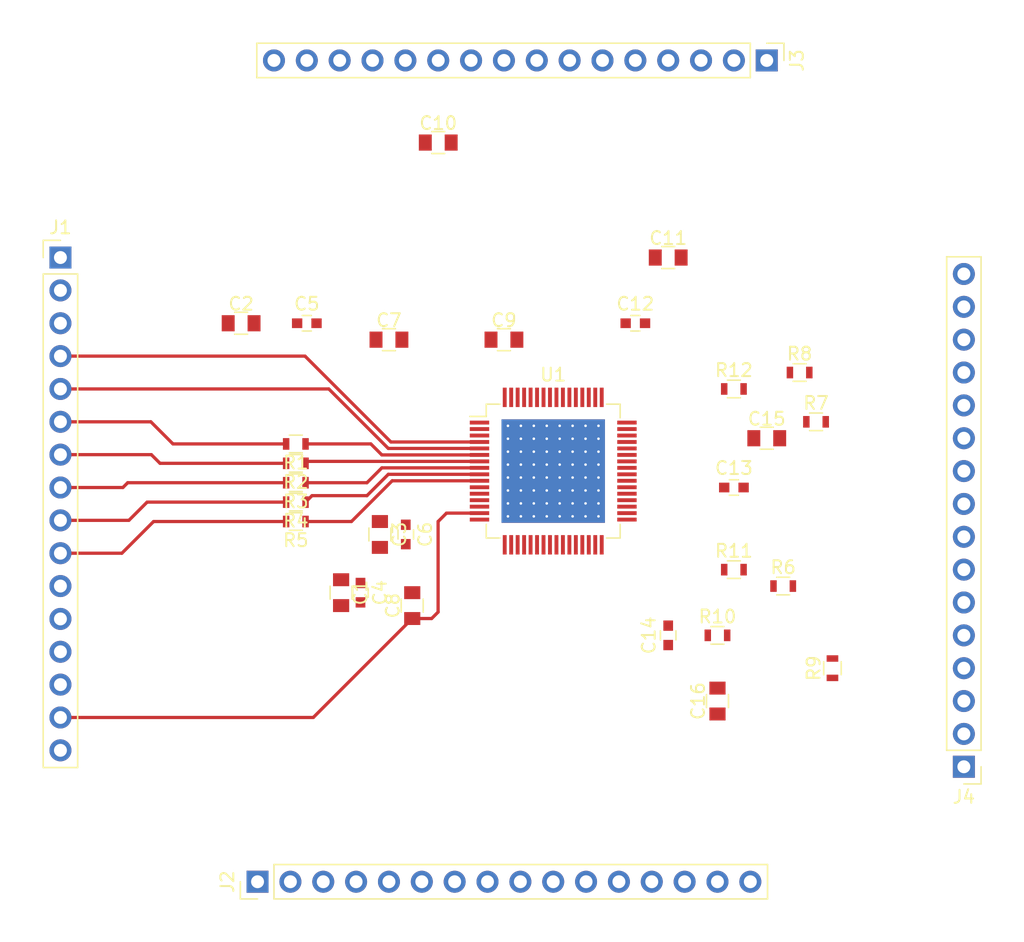
<source format=kicad_pcb>
(kicad_pcb (version 4) (host pcbnew 4.0.7)

  (general
    (links 107)
    (no_connects 93)
    (area 109.552381 65.10238 188.89762 138.097619)
    (thickness 1.6)
    (drawings 0)
    (tracks 45)
    (zones 0)
    (modules 33)
    (nets 78)
  )

  (page A4)
  (layers
    (0 F.Cu signal)
    (31 B.Cu signal)
    (32 B.Adhes user)
    (33 F.Adhes user)
    (34 B.Paste user)
    (35 F.Paste user)
    (36 B.SilkS user)
    (37 F.SilkS user)
    (38 B.Mask user)
    (39 F.Mask user)
    (40 Dwgs.User user)
    (41 Cmts.User user)
    (42 Eco1.User user)
    (43 Eco2.User user)
    (44 Edge.Cuts user)
    (45 Margin user)
    (46 B.CrtYd user)
    (47 F.CrtYd user)
    (48 B.Fab user)
    (49 F.Fab user)
  )

  (setup
    (last_trace_width 0.25)
    (trace_clearance 0.2)
    (zone_clearance 0.508)
    (zone_45_only no)
    (trace_min 0.2)
    (segment_width 0.2)
    (edge_width 0.15)
    (via_size 0.6)
    (via_drill 0.4)
    (via_min_size 0.4)
    (via_min_drill 0.3)
    (uvia_size 0.3)
    (uvia_drill 0.1)
    (uvias_allowed no)
    (uvia_min_size 0.2)
    (uvia_min_drill 0.1)
    (pcb_text_width 0.3)
    (pcb_text_size 1.5 1.5)
    (mod_edge_width 0.15)
    (mod_text_size 1 1)
    (mod_text_width 0.15)
    (pad_size 1.524 1.524)
    (pad_drill 0.762)
    (pad_to_mask_clearance 0.2)
    (aux_axis_origin 0 0)
    (visible_elements FFFFFF7F)
    (pcbplotparams
      (layerselection 0x00030_80000001)
      (usegerberextensions false)
      (excludeedgelayer true)
      (linewidth 0.100000)
      (plotframeref false)
      (viasonmask false)
      (mode 1)
      (useauxorigin false)
      (hpglpennumber 1)
      (hpglpenspeed 20)
      (hpglpendiameter 15)
      (hpglpenoverlay 2)
      (psnegative false)
      (psa4output false)
      (plotreference true)
      (plotvalue true)
      (plotinvisibletext false)
      (padsonsilk false)
      (subtractmaskfromsilk false)
      (outputformat 1)
      (mirror false)
      (drillshape 1)
      (scaleselection 1)
      (outputdirectory ""))
  )

  (net 0 "")
  (net 1 +5V)
  (net 2 "Net-(J1-Pad2)")
  (net 3 "Net-(J1-Pad4)")
  (net 4 "Net-(J1-Pad5)")
  (net 5 "Net-(J1-Pad6)")
  (net 6 "Net-(J1-Pad7)")
  (net 7 "Net-(J1-Pad8)")
  (net 8 "Net-(J1-Pad9)")
  (net 9 "Net-(J1-Pad10)")
  (net 10 "Net-(J1-Pad11)")
  (net 11 "Net-(J1-Pad13)")
  (net 12 "Net-(J1-Pad16)")
  (net 13 "Net-(J2-Pad1)")
  (net 14 "Net-(J2-Pad2)")
  (net 15 "Net-(J2-Pad3)")
  (net 16 "Net-(J2-Pad4)")
  (net 17 "Net-(J2-Pad5)")
  (net 18 "Net-(J2-Pad6)")
  (net 19 "Net-(J2-Pad7)")
  (net 20 "Net-(J2-Pad8)")
  (net 21 "Net-(J2-Pad9)")
  (net 22 "Net-(J2-Pad10)")
  (net 23 "Net-(J2-Pad11)")
  (net 24 "Net-(J2-Pad12)")
  (net 25 "Net-(J2-Pad13)")
  (net 26 "Net-(J2-Pad14)")
  (net 27 "Net-(J2-Pad15)")
  (net 28 "Net-(J2-Pad16)")
  (net 29 "Net-(J3-Pad2)")
  (net 30 "Net-(J3-Pad3)")
  (net 31 "Net-(J3-Pad4)")
  (net 32 "Net-(J3-Pad5)")
  (net 33 "Net-(J3-Pad6)")
  (net 34 "Net-(J3-Pad7)")
  (net 35 "Net-(J3-Pad8)")
  (net 36 "Net-(J3-Pad9)")
  (net 37 "Net-(J3-Pad10)")
  (net 38 "Net-(J3-Pad13)")
  (net 39 "Net-(J3-Pad14)")
  (net 40 "Net-(J3-Pad15)")
  (net 41 "Net-(J3-Pad16)")
  (net 42 "Net-(J4-Pad1)")
  (net 43 "Net-(J4-Pad3)")
  (net 44 "Net-(J4-Pad4)")
  (net 45 "Net-(J4-Pad5)")
  (net 46 "Net-(J4-Pad6)")
  (net 47 "Net-(J4-Pad7)")
  (net 48 "Net-(J4-Pad8)")
  (net 49 "Net-(J4-Pad9)")
  (net 50 "Net-(J4-Pad10)")
  (net 51 "Net-(J4-Pad11)")
  (net 52 "Net-(J4-Pad12)")
  (net 53 "Net-(J4-Pad13)")
  (net 54 "Net-(J4-Pad15)")
  (net 55 "Net-(J4-Pad16)")
  (net 56 "Net-(R1-Pad1)")
  (net 57 "Net-(R2-Pad1)")
  (net 58 "Net-(R3-Pad1)")
  (net 59 "Net-(R4-Pad1)")
  (net 60 "Net-(R5-Pad1)")
  (net 61 "Net-(R6-Pad2)")
  (net 62 "Net-(R7-Pad2)")
  (net 63 "Net-(R8-Pad2)")
  (net 64 "Net-(R9-Pad2)")
  (net 65 "Net-(R10-Pad2)")
  (net 66 "Net-(R11-Pad2)")
  (net 67 "Net-(R12-Pad2)")
  (net 68 "Net-(C13-Pad2)")
  (net 69 "Net-(C14-Pad1)")
  (net 70 "Net-(C9-Pad2)")
  (net 71 "Net-(C10-Pad2)")
  (net 72 "Net-(C11-Pad2)")
  (net 73 "Net-(C1-Pad1)")
  (net 74 "Net-(C2-Pad2)")
  (net 75 "Net-(C3-Pad1)")
  (net 76 "Net-(C7-Pad2)")
  (net 77 "Net-(C8-Pad1)")

  (net_class Default "This is the default net class."
    (clearance 0.2)
    (trace_width 0.25)
    (via_dia 0.6)
    (via_drill 0.4)
    (uvia_dia 0.3)
    (uvia_drill 0.1)
    (add_net +5V)
    (add_net "Net-(C1-Pad1)")
    (add_net "Net-(C10-Pad2)")
    (add_net "Net-(C11-Pad2)")
    (add_net "Net-(C13-Pad2)")
    (add_net "Net-(C14-Pad1)")
    (add_net "Net-(C2-Pad2)")
    (add_net "Net-(C3-Pad1)")
    (add_net "Net-(C7-Pad2)")
    (add_net "Net-(C8-Pad1)")
    (add_net "Net-(C9-Pad2)")
    (add_net "Net-(J1-Pad10)")
    (add_net "Net-(J1-Pad11)")
    (add_net "Net-(J1-Pad13)")
    (add_net "Net-(J1-Pad16)")
    (add_net "Net-(J1-Pad2)")
    (add_net "Net-(J1-Pad4)")
    (add_net "Net-(J1-Pad5)")
    (add_net "Net-(J1-Pad6)")
    (add_net "Net-(J1-Pad7)")
    (add_net "Net-(J1-Pad8)")
    (add_net "Net-(J1-Pad9)")
    (add_net "Net-(J2-Pad1)")
    (add_net "Net-(J2-Pad10)")
    (add_net "Net-(J2-Pad11)")
    (add_net "Net-(J2-Pad12)")
    (add_net "Net-(J2-Pad13)")
    (add_net "Net-(J2-Pad14)")
    (add_net "Net-(J2-Pad15)")
    (add_net "Net-(J2-Pad16)")
    (add_net "Net-(J2-Pad2)")
    (add_net "Net-(J2-Pad3)")
    (add_net "Net-(J2-Pad4)")
    (add_net "Net-(J2-Pad5)")
    (add_net "Net-(J2-Pad6)")
    (add_net "Net-(J2-Pad7)")
    (add_net "Net-(J2-Pad8)")
    (add_net "Net-(J2-Pad9)")
    (add_net "Net-(J3-Pad10)")
    (add_net "Net-(J3-Pad13)")
    (add_net "Net-(J3-Pad14)")
    (add_net "Net-(J3-Pad15)")
    (add_net "Net-(J3-Pad16)")
    (add_net "Net-(J3-Pad2)")
    (add_net "Net-(J3-Pad3)")
    (add_net "Net-(J3-Pad4)")
    (add_net "Net-(J3-Pad5)")
    (add_net "Net-(J3-Pad6)")
    (add_net "Net-(J3-Pad7)")
    (add_net "Net-(J3-Pad8)")
    (add_net "Net-(J3-Pad9)")
    (add_net "Net-(J4-Pad1)")
    (add_net "Net-(J4-Pad10)")
    (add_net "Net-(J4-Pad11)")
    (add_net "Net-(J4-Pad12)")
    (add_net "Net-(J4-Pad13)")
    (add_net "Net-(J4-Pad15)")
    (add_net "Net-(J4-Pad16)")
    (add_net "Net-(J4-Pad3)")
    (add_net "Net-(J4-Pad4)")
    (add_net "Net-(J4-Pad5)")
    (add_net "Net-(J4-Pad6)")
    (add_net "Net-(J4-Pad7)")
    (add_net "Net-(J4-Pad8)")
    (add_net "Net-(J4-Pad9)")
    (add_net "Net-(R1-Pad1)")
    (add_net "Net-(R10-Pad2)")
    (add_net "Net-(R11-Pad2)")
    (add_net "Net-(R12-Pad2)")
    (add_net "Net-(R2-Pad1)")
    (add_net "Net-(R3-Pad1)")
    (add_net "Net-(R4-Pad1)")
    (add_net "Net-(R5-Pad1)")
    (add_net "Net-(R6-Pad2)")
    (add_net "Net-(R7-Pad2)")
    (add_net "Net-(R8-Pad2)")
    (add_net "Net-(R9-Pad2)")
  )

  (module Capacitors_SMD:C_0805 (layer F.Cu) (tedit 58AA8463) (tstamp 5B045B23)
    (at 136 111 270)
    (descr "Capacitor SMD 0805, reflow soldering, AVX (see smccp.pdf)")
    (tags "capacitor 0805")
    (path /5AD63483)
    (attr smd)
    (fp_text reference C1 (at 0 -1.5 270) (layer F.SilkS)
      (effects (font (size 1 1) (thickness 0.15)))
    )
    (fp_text value 10 (at 0 1.75 270) (layer F.Fab)
      (effects (font (size 1 1) (thickness 0.15)))
    )
    (fp_text user %R (at 0 -1.5 270) (layer F.Fab)
      (effects (font (size 1 1) (thickness 0.15)))
    )
    (fp_line (start -1 0.62) (end -1 -0.62) (layer F.Fab) (width 0.1))
    (fp_line (start 1 0.62) (end -1 0.62) (layer F.Fab) (width 0.1))
    (fp_line (start 1 -0.62) (end 1 0.62) (layer F.Fab) (width 0.1))
    (fp_line (start -1 -0.62) (end 1 -0.62) (layer F.Fab) (width 0.1))
    (fp_line (start 0.5 -0.85) (end -0.5 -0.85) (layer F.SilkS) (width 0.12))
    (fp_line (start -0.5 0.85) (end 0.5 0.85) (layer F.SilkS) (width 0.12))
    (fp_line (start -1.75 -0.88) (end 1.75 -0.88) (layer F.CrtYd) (width 0.05))
    (fp_line (start -1.75 -0.88) (end -1.75 0.87) (layer F.CrtYd) (width 0.05))
    (fp_line (start 1.75 0.87) (end 1.75 -0.88) (layer F.CrtYd) (width 0.05))
    (fp_line (start 1.75 0.87) (end -1.75 0.87) (layer F.CrtYd) (width 0.05))
    (pad 1 smd rect (at -1 0 270) (size 1 1.25) (layers F.Cu F.Paste F.Mask)
      (net 73 "Net-(C1-Pad1)"))
    (pad 2 smd rect (at 1 0 270) (size 1 1.25) (layers F.Cu F.Paste F.Mask)
      (net 1 +5V))
    (model Capacitors_SMD.3dshapes/C_0805.wrl
      (at (xyz 0 0 0))
      (scale (xyz 1 1 1))
      (rotate (xyz 0 0 0))
    )
  )

  (module Capacitors_SMD:C_0805 (layer F.Cu) (tedit 58AA8463) (tstamp 5B045B29)
    (at 128.27 90.17)
    (descr "Capacitor SMD 0805, reflow soldering, AVX (see smccp.pdf)")
    (tags "capacitor 0805")
    (path /5AD6384A)
    (attr smd)
    (fp_text reference C2 (at 0 -1.5) (layer F.SilkS)
      (effects (font (size 1 1) (thickness 0.15)))
    )
    (fp_text value 10 (at 0 1.75) (layer F.Fab)
      (effects (font (size 1 1) (thickness 0.15)))
    )
    (fp_text user %R (at 0 -1.5) (layer F.Fab)
      (effects (font (size 1 1) (thickness 0.15)))
    )
    (fp_line (start -1 0.62) (end -1 -0.62) (layer F.Fab) (width 0.1))
    (fp_line (start 1 0.62) (end -1 0.62) (layer F.Fab) (width 0.1))
    (fp_line (start 1 -0.62) (end 1 0.62) (layer F.Fab) (width 0.1))
    (fp_line (start -1 -0.62) (end 1 -0.62) (layer F.Fab) (width 0.1))
    (fp_line (start 0.5 -0.85) (end -0.5 -0.85) (layer F.SilkS) (width 0.12))
    (fp_line (start -0.5 0.85) (end 0.5 0.85) (layer F.SilkS) (width 0.12))
    (fp_line (start -1.75 -0.88) (end 1.75 -0.88) (layer F.CrtYd) (width 0.05))
    (fp_line (start -1.75 -0.88) (end -1.75 0.87) (layer F.CrtYd) (width 0.05))
    (fp_line (start 1.75 0.87) (end 1.75 -0.88) (layer F.CrtYd) (width 0.05))
    (fp_line (start 1.75 0.87) (end -1.75 0.87) (layer F.CrtYd) (width 0.05))
    (pad 1 smd rect (at -1 0) (size 1 1.25) (layers F.Cu F.Paste F.Mask)
      (net 1 +5V))
    (pad 2 smd rect (at 1 0) (size 1 1.25) (layers F.Cu F.Paste F.Mask)
      (net 74 "Net-(C2-Pad2)"))
    (model Capacitors_SMD.3dshapes/C_0805.wrl
      (at (xyz 0 0 0))
      (scale (xyz 1 1 1))
      (rotate (xyz 0 0 0))
    )
  )

  (module Capacitors_SMD:C_0805 (layer F.Cu) (tedit 58AA8463) (tstamp 5B045B2F)
    (at 139 106.5 270)
    (descr "Capacitor SMD 0805, reflow soldering, AVX (see smccp.pdf)")
    (tags "capacitor 0805")
    (path /5AD63787)
    (attr smd)
    (fp_text reference C3 (at 0 -1.5 270) (layer F.SilkS)
      (effects (font (size 1 1) (thickness 0.15)))
    )
    (fp_text value 10 (at 0 1.75 270) (layer F.Fab)
      (effects (font (size 1 1) (thickness 0.15)))
    )
    (fp_text user %R (at 0 -1.5 270) (layer F.Fab)
      (effects (font (size 1 1) (thickness 0.15)))
    )
    (fp_line (start -1 0.62) (end -1 -0.62) (layer F.Fab) (width 0.1))
    (fp_line (start 1 0.62) (end -1 0.62) (layer F.Fab) (width 0.1))
    (fp_line (start 1 -0.62) (end 1 0.62) (layer F.Fab) (width 0.1))
    (fp_line (start -1 -0.62) (end 1 -0.62) (layer F.Fab) (width 0.1))
    (fp_line (start 0.5 -0.85) (end -0.5 -0.85) (layer F.SilkS) (width 0.12))
    (fp_line (start -0.5 0.85) (end 0.5 0.85) (layer F.SilkS) (width 0.12))
    (fp_line (start -1.75 -0.88) (end 1.75 -0.88) (layer F.CrtYd) (width 0.05))
    (fp_line (start -1.75 -0.88) (end -1.75 0.87) (layer F.CrtYd) (width 0.05))
    (fp_line (start 1.75 0.87) (end 1.75 -0.88) (layer F.CrtYd) (width 0.05))
    (fp_line (start 1.75 0.87) (end -1.75 0.87) (layer F.CrtYd) (width 0.05))
    (pad 1 smd rect (at -1 0 270) (size 1 1.25) (layers F.Cu F.Paste F.Mask)
      (net 75 "Net-(C3-Pad1)"))
    (pad 2 smd rect (at 1 0 270) (size 1 1.25) (layers F.Cu F.Paste F.Mask)
      (net 1 +5V))
    (model Capacitors_SMD.3dshapes/C_0805.wrl
      (at (xyz 0 0 0))
      (scale (xyz 1 1 1))
      (rotate (xyz 0 0 0))
    )
  )

  (module Capacitors_SMD:C_0603 (layer F.Cu) (tedit 59958EE7) (tstamp 5B045B35)
    (at 137.5 111 270)
    (descr "Capacitor SMD 0603, reflow soldering, AVX (see smccp.pdf)")
    (tags "capacitor 0603")
    (path /5AD63511)
    (attr smd)
    (fp_text reference C4 (at 0 -1.5 270) (layer F.SilkS)
      (effects (font (size 1 1) (thickness 0.15)))
    )
    (fp_text value 1 (at 0 1.5 270) (layer F.Fab)
      (effects (font (size 1 1) (thickness 0.15)))
    )
    (fp_line (start 1.4 0.65) (end -1.4 0.65) (layer F.CrtYd) (width 0.05))
    (fp_line (start 1.4 0.65) (end 1.4 -0.65) (layer F.CrtYd) (width 0.05))
    (fp_line (start -1.4 -0.65) (end -1.4 0.65) (layer F.CrtYd) (width 0.05))
    (fp_line (start -1.4 -0.65) (end 1.4 -0.65) (layer F.CrtYd) (width 0.05))
    (fp_line (start 0.35 0.6) (end -0.35 0.6) (layer F.SilkS) (width 0.12))
    (fp_line (start -0.35 -0.6) (end 0.35 -0.6) (layer F.SilkS) (width 0.12))
    (fp_line (start -0.8 -0.4) (end 0.8 -0.4) (layer F.Fab) (width 0.1))
    (fp_line (start 0.8 -0.4) (end 0.8 0.4) (layer F.Fab) (width 0.1))
    (fp_line (start 0.8 0.4) (end -0.8 0.4) (layer F.Fab) (width 0.1))
    (fp_line (start -0.8 0.4) (end -0.8 -0.4) (layer F.Fab) (width 0.1))
    (fp_text user %R (at 0 0 270) (layer F.Fab)
      (effects (font (size 0.3 0.3) (thickness 0.075)))
    )
    (pad 2 smd rect (at 0.75 0 270) (size 0.8 0.75) (layers F.Cu F.Paste F.Mask)
      (net 1 +5V))
    (pad 1 smd rect (at -0.75 0 270) (size 0.8 0.75) (layers F.Cu F.Paste F.Mask)
      (net 73 "Net-(C1-Pad1)"))
    (model Capacitors_SMD.3dshapes/C_0603.wrl
      (at (xyz 0 0 0))
      (scale (xyz 1 1 1))
      (rotate (xyz 0 0 0))
    )
  )

  (module Capacitors_SMD:C_0603 (layer F.Cu) (tedit 59958EE7) (tstamp 5B045B3B)
    (at 133.35 90.17)
    (descr "Capacitor SMD 0603, reflow soldering, AVX (see smccp.pdf)")
    (tags "capacitor 0603")
    (path /5AD637EF)
    (attr smd)
    (fp_text reference C5 (at 0 -1.5) (layer F.SilkS)
      (effects (font (size 1 1) (thickness 0.15)))
    )
    (fp_text value 1 (at 0 1.5) (layer F.Fab)
      (effects (font (size 1 1) (thickness 0.15)))
    )
    (fp_line (start 1.4 0.65) (end -1.4 0.65) (layer F.CrtYd) (width 0.05))
    (fp_line (start 1.4 0.65) (end 1.4 -0.65) (layer F.CrtYd) (width 0.05))
    (fp_line (start -1.4 -0.65) (end -1.4 0.65) (layer F.CrtYd) (width 0.05))
    (fp_line (start -1.4 -0.65) (end 1.4 -0.65) (layer F.CrtYd) (width 0.05))
    (fp_line (start 0.35 0.6) (end -0.35 0.6) (layer F.SilkS) (width 0.12))
    (fp_line (start -0.35 -0.6) (end 0.35 -0.6) (layer F.SilkS) (width 0.12))
    (fp_line (start -0.8 -0.4) (end 0.8 -0.4) (layer F.Fab) (width 0.1))
    (fp_line (start 0.8 -0.4) (end 0.8 0.4) (layer F.Fab) (width 0.1))
    (fp_line (start 0.8 0.4) (end -0.8 0.4) (layer F.Fab) (width 0.1))
    (fp_line (start -0.8 0.4) (end -0.8 -0.4) (layer F.Fab) (width 0.1))
    (fp_text user %R (at 0 0) (layer F.Fab)
      (effects (font (size 0.3 0.3) (thickness 0.075)))
    )
    (pad 2 smd rect (at 0.75 0) (size 0.8 0.75) (layers F.Cu F.Paste F.Mask)
      (net 74 "Net-(C2-Pad2)"))
    (pad 1 smd rect (at -0.75 0) (size 0.8 0.75) (layers F.Cu F.Paste F.Mask)
      (net 1 +5V))
    (model Capacitors_SMD.3dshapes/C_0603.wrl
      (at (xyz 0 0 0))
      (scale (xyz 1 1 1))
      (rotate (xyz 0 0 0))
    )
  )

  (module Capacitors_SMD:C_0603 (layer F.Cu) (tedit 59958EE7) (tstamp 5B045B41)
    (at 141 106.5 270)
    (descr "Capacitor SMD 0603, reflow soldering, AVX (see smccp.pdf)")
    (tags "capacitor 0603")
    (path /5AD6D64B)
    (attr smd)
    (fp_text reference C6 (at 0 -1.5 270) (layer F.SilkS)
      (effects (font (size 1 1) (thickness 0.15)))
    )
    (fp_text value 1 (at 0 1.5 270) (layer F.Fab)
      (effects (font (size 1 1) (thickness 0.15)))
    )
    (fp_line (start 1.4 0.65) (end -1.4 0.65) (layer F.CrtYd) (width 0.05))
    (fp_line (start 1.4 0.65) (end 1.4 -0.65) (layer F.CrtYd) (width 0.05))
    (fp_line (start -1.4 -0.65) (end -1.4 0.65) (layer F.CrtYd) (width 0.05))
    (fp_line (start -1.4 -0.65) (end 1.4 -0.65) (layer F.CrtYd) (width 0.05))
    (fp_line (start 0.35 0.6) (end -0.35 0.6) (layer F.SilkS) (width 0.12))
    (fp_line (start -0.35 -0.6) (end 0.35 -0.6) (layer F.SilkS) (width 0.12))
    (fp_line (start -0.8 -0.4) (end 0.8 -0.4) (layer F.Fab) (width 0.1))
    (fp_line (start 0.8 -0.4) (end 0.8 0.4) (layer F.Fab) (width 0.1))
    (fp_line (start 0.8 0.4) (end -0.8 0.4) (layer F.Fab) (width 0.1))
    (fp_line (start -0.8 0.4) (end -0.8 -0.4) (layer F.Fab) (width 0.1))
    (fp_text user %R (at 0 0 270) (layer F.Fab)
      (effects (font (size 0.3 0.3) (thickness 0.075)))
    )
    (pad 2 smd rect (at 0.75 0 270) (size 0.8 0.75) (layers F.Cu F.Paste F.Mask)
      (net 1 +5V))
    (pad 1 smd rect (at -0.75 0 270) (size 0.8 0.75) (layers F.Cu F.Paste F.Mask)
      (net 75 "Net-(C3-Pad1)"))
    (model Capacitors_SMD.3dshapes/C_0603.wrl
      (at (xyz 0 0 0))
      (scale (xyz 1 1 1))
      (rotate (xyz 0 0 0))
    )
  )

  (module Capacitors_SMD:C_0805 (layer F.Cu) (tedit 58AA8463) (tstamp 5B045B47)
    (at 139.7 91.44)
    (descr "Capacitor SMD 0805, reflow soldering, AVX (see smccp.pdf)")
    (tags "capacitor 0805")
    (path /5AD6429E)
    (attr smd)
    (fp_text reference C7 (at 0 -1.5) (layer F.SilkS)
      (effects (font (size 1 1) (thickness 0.15)))
    )
    (fp_text value 10 (at 0 1.75) (layer F.Fab)
      (effects (font (size 1 1) (thickness 0.15)))
    )
    (fp_text user %R (at 0 -1.5) (layer F.Fab)
      (effects (font (size 1 1) (thickness 0.15)))
    )
    (fp_line (start -1 0.62) (end -1 -0.62) (layer F.Fab) (width 0.1))
    (fp_line (start 1 0.62) (end -1 0.62) (layer F.Fab) (width 0.1))
    (fp_line (start 1 -0.62) (end 1 0.62) (layer F.Fab) (width 0.1))
    (fp_line (start -1 -0.62) (end 1 -0.62) (layer F.Fab) (width 0.1))
    (fp_line (start 0.5 -0.85) (end -0.5 -0.85) (layer F.SilkS) (width 0.12))
    (fp_line (start -0.5 0.85) (end 0.5 0.85) (layer F.SilkS) (width 0.12))
    (fp_line (start -1.75 -0.88) (end 1.75 -0.88) (layer F.CrtYd) (width 0.05))
    (fp_line (start -1.75 -0.88) (end -1.75 0.87) (layer F.CrtYd) (width 0.05))
    (fp_line (start 1.75 0.87) (end 1.75 -0.88) (layer F.CrtYd) (width 0.05))
    (fp_line (start 1.75 0.87) (end -1.75 0.87) (layer F.CrtYd) (width 0.05))
    (pad 1 smd rect (at -1 0) (size 1 1.25) (layers F.Cu F.Paste F.Mask)
      (net 1 +5V))
    (pad 2 smd rect (at 1 0) (size 1 1.25) (layers F.Cu F.Paste F.Mask)
      (net 76 "Net-(C7-Pad2)"))
    (model Capacitors_SMD.3dshapes/C_0805.wrl
      (at (xyz 0 0 0))
      (scale (xyz 1 1 1))
      (rotate (xyz 0 0 0))
    )
  )

  (module Capacitors_SMD:C_0805 (layer F.Cu) (tedit 58AA8463) (tstamp 5B045B4D)
    (at 141.5 112 90)
    (descr "Capacitor SMD 0805, reflow soldering, AVX (see smccp.pdf)")
    (tags "capacitor 0805")
    (path /5AD632E4)
    (attr smd)
    (fp_text reference C8 (at 0 -1.5 90) (layer F.SilkS)
      (effects (font (size 1 1) (thickness 0.15)))
    )
    (fp_text value 10 (at 0 1.75 90) (layer F.Fab)
      (effects (font (size 1 1) (thickness 0.15)))
    )
    (fp_text user %R (at 0 -1.5 90) (layer F.Fab)
      (effects (font (size 1 1) (thickness 0.15)))
    )
    (fp_line (start -1 0.62) (end -1 -0.62) (layer F.Fab) (width 0.1))
    (fp_line (start 1 0.62) (end -1 0.62) (layer F.Fab) (width 0.1))
    (fp_line (start 1 -0.62) (end 1 0.62) (layer F.Fab) (width 0.1))
    (fp_line (start -1 -0.62) (end 1 -0.62) (layer F.Fab) (width 0.1))
    (fp_line (start 0.5 -0.85) (end -0.5 -0.85) (layer F.SilkS) (width 0.12))
    (fp_line (start -0.5 0.85) (end 0.5 0.85) (layer F.SilkS) (width 0.12))
    (fp_line (start -1.75 -0.88) (end 1.75 -0.88) (layer F.CrtYd) (width 0.05))
    (fp_line (start -1.75 -0.88) (end -1.75 0.87) (layer F.CrtYd) (width 0.05))
    (fp_line (start 1.75 0.87) (end 1.75 -0.88) (layer F.CrtYd) (width 0.05))
    (fp_line (start 1.75 0.87) (end -1.75 0.87) (layer F.CrtYd) (width 0.05))
    (pad 1 smd rect (at -1 0 90) (size 1 1.25) (layers F.Cu F.Paste F.Mask)
      (net 77 "Net-(C8-Pad1)"))
    (pad 2 smd rect (at 1 0 90) (size 1 1.25) (layers F.Cu F.Paste F.Mask)
      (net 1 +5V))
    (model Capacitors_SMD.3dshapes/C_0805.wrl
      (at (xyz 0 0 0))
      (scale (xyz 1 1 1))
      (rotate (xyz 0 0 0))
    )
  )

  (module Capacitors_SMD:C_0805 (layer F.Cu) (tedit 58AA8463) (tstamp 5B045B53)
    (at 148.59 91.44)
    (descr "Capacitor SMD 0805, reflow soldering, AVX (see smccp.pdf)")
    (tags "capacitor 0805")
    (path /5AD64524)
    (attr smd)
    (fp_text reference C9 (at 0 -1.5) (layer F.SilkS)
      (effects (font (size 1 1) (thickness 0.15)))
    )
    (fp_text value 10 (at 0 1.75) (layer F.Fab)
      (effects (font (size 1 1) (thickness 0.15)))
    )
    (fp_text user %R (at 0 -1.5) (layer F.Fab)
      (effects (font (size 1 1) (thickness 0.15)))
    )
    (fp_line (start -1 0.62) (end -1 -0.62) (layer F.Fab) (width 0.1))
    (fp_line (start 1 0.62) (end -1 0.62) (layer F.Fab) (width 0.1))
    (fp_line (start 1 -0.62) (end 1 0.62) (layer F.Fab) (width 0.1))
    (fp_line (start -1 -0.62) (end 1 -0.62) (layer F.Fab) (width 0.1))
    (fp_line (start 0.5 -0.85) (end -0.5 -0.85) (layer F.SilkS) (width 0.12))
    (fp_line (start -0.5 0.85) (end 0.5 0.85) (layer F.SilkS) (width 0.12))
    (fp_line (start -1.75 -0.88) (end 1.75 -0.88) (layer F.CrtYd) (width 0.05))
    (fp_line (start -1.75 -0.88) (end -1.75 0.87) (layer F.CrtYd) (width 0.05))
    (fp_line (start 1.75 0.87) (end 1.75 -0.88) (layer F.CrtYd) (width 0.05))
    (fp_line (start 1.75 0.87) (end -1.75 0.87) (layer F.CrtYd) (width 0.05))
    (pad 1 smd rect (at -1 0) (size 1 1.25) (layers F.Cu F.Paste F.Mask)
      (net 1 +5V))
    (pad 2 smd rect (at 1 0) (size 1 1.25) (layers F.Cu F.Paste F.Mask)
      (net 70 "Net-(C9-Pad2)"))
    (model Capacitors_SMD.3dshapes/C_0805.wrl
      (at (xyz 0 0 0))
      (scale (xyz 1 1 1))
      (rotate (xyz 0 0 0))
    )
  )

  (module Capacitors_SMD:C_0805 (layer F.Cu) (tedit 58AA8463) (tstamp 5B045B59)
    (at 143.51 76.2)
    (descr "Capacitor SMD 0805, reflow soldering, AVX (see smccp.pdf)")
    (tags "capacitor 0805")
    (path /5AD71469)
    (attr smd)
    (fp_text reference C10 (at 0 -1.5) (layer F.SilkS)
      (effects (font (size 1 1) (thickness 0.15)))
    )
    (fp_text value 10 (at 0 1.75) (layer F.Fab)
      (effects (font (size 1 1) (thickness 0.15)))
    )
    (fp_text user %R (at 0 -1.5) (layer F.Fab)
      (effects (font (size 1 1) (thickness 0.15)))
    )
    (fp_line (start -1 0.62) (end -1 -0.62) (layer F.Fab) (width 0.1))
    (fp_line (start 1 0.62) (end -1 0.62) (layer F.Fab) (width 0.1))
    (fp_line (start 1 -0.62) (end 1 0.62) (layer F.Fab) (width 0.1))
    (fp_line (start -1 -0.62) (end 1 -0.62) (layer F.Fab) (width 0.1))
    (fp_line (start 0.5 -0.85) (end -0.5 -0.85) (layer F.SilkS) (width 0.12))
    (fp_line (start -0.5 0.85) (end 0.5 0.85) (layer F.SilkS) (width 0.12))
    (fp_line (start -1.75 -0.88) (end 1.75 -0.88) (layer F.CrtYd) (width 0.05))
    (fp_line (start -1.75 -0.88) (end -1.75 0.87) (layer F.CrtYd) (width 0.05))
    (fp_line (start 1.75 0.87) (end 1.75 -0.88) (layer F.CrtYd) (width 0.05))
    (fp_line (start 1.75 0.87) (end -1.75 0.87) (layer F.CrtYd) (width 0.05))
    (pad 1 smd rect (at -1 0) (size 1 1.25) (layers F.Cu F.Paste F.Mask)
      (net 1 +5V))
    (pad 2 smd rect (at 1 0) (size 1 1.25) (layers F.Cu F.Paste F.Mask)
      (net 71 "Net-(C10-Pad2)"))
    (model Capacitors_SMD.3dshapes/C_0805.wrl
      (at (xyz 0 0 0))
      (scale (xyz 1 1 1))
      (rotate (xyz 0 0 0))
    )
  )

  (module Capacitors_SMD:C_0805 (layer F.Cu) (tedit 58AA8463) (tstamp 5B045B5F)
    (at 161.29 85.09)
    (descr "Capacitor SMD 0805, reflow soldering, AVX (see smccp.pdf)")
    (tags "capacitor 0805")
    (path /5AD63F55)
    (attr smd)
    (fp_text reference C11 (at 0 -1.5) (layer F.SilkS)
      (effects (font (size 1 1) (thickness 0.15)))
    )
    (fp_text value 10 (at 0 1.75) (layer F.Fab)
      (effects (font (size 1 1) (thickness 0.15)))
    )
    (fp_text user %R (at 0 -1.5) (layer F.Fab)
      (effects (font (size 1 1) (thickness 0.15)))
    )
    (fp_line (start -1 0.62) (end -1 -0.62) (layer F.Fab) (width 0.1))
    (fp_line (start 1 0.62) (end -1 0.62) (layer F.Fab) (width 0.1))
    (fp_line (start 1 -0.62) (end 1 0.62) (layer F.Fab) (width 0.1))
    (fp_line (start -1 -0.62) (end 1 -0.62) (layer F.Fab) (width 0.1))
    (fp_line (start 0.5 -0.85) (end -0.5 -0.85) (layer F.SilkS) (width 0.12))
    (fp_line (start -0.5 0.85) (end 0.5 0.85) (layer F.SilkS) (width 0.12))
    (fp_line (start -1.75 -0.88) (end 1.75 -0.88) (layer F.CrtYd) (width 0.05))
    (fp_line (start -1.75 -0.88) (end -1.75 0.87) (layer F.CrtYd) (width 0.05))
    (fp_line (start 1.75 0.87) (end 1.75 -0.88) (layer F.CrtYd) (width 0.05))
    (fp_line (start 1.75 0.87) (end -1.75 0.87) (layer F.CrtYd) (width 0.05))
    (pad 1 smd rect (at -1 0) (size 1 1.25) (layers F.Cu F.Paste F.Mask)
      (net 1 +5V))
    (pad 2 smd rect (at 1 0) (size 1 1.25) (layers F.Cu F.Paste F.Mask)
      (net 72 "Net-(C11-Pad2)"))
    (model Capacitors_SMD.3dshapes/C_0805.wrl
      (at (xyz 0 0 0))
      (scale (xyz 1 1 1))
      (rotate (xyz 0 0 0))
    )
  )

  (module Capacitors_SMD:C_0603 (layer F.Cu) (tedit 59958EE7) (tstamp 5B045B65)
    (at 158.75 90.17)
    (descr "Capacitor SMD 0603, reflow soldering, AVX (see smccp.pdf)")
    (tags "capacitor 0603")
    (path /5AD63EC1)
    (attr smd)
    (fp_text reference C12 (at 0 -1.5) (layer F.SilkS)
      (effects (font (size 1 1) (thickness 0.15)))
    )
    (fp_text value 1 (at 0 1.5) (layer F.Fab)
      (effects (font (size 1 1) (thickness 0.15)))
    )
    (fp_line (start 1.4 0.65) (end -1.4 0.65) (layer F.CrtYd) (width 0.05))
    (fp_line (start 1.4 0.65) (end 1.4 -0.65) (layer F.CrtYd) (width 0.05))
    (fp_line (start -1.4 -0.65) (end -1.4 0.65) (layer F.CrtYd) (width 0.05))
    (fp_line (start -1.4 -0.65) (end 1.4 -0.65) (layer F.CrtYd) (width 0.05))
    (fp_line (start 0.35 0.6) (end -0.35 0.6) (layer F.SilkS) (width 0.12))
    (fp_line (start -0.35 -0.6) (end 0.35 -0.6) (layer F.SilkS) (width 0.12))
    (fp_line (start -0.8 -0.4) (end 0.8 -0.4) (layer F.Fab) (width 0.1))
    (fp_line (start 0.8 -0.4) (end 0.8 0.4) (layer F.Fab) (width 0.1))
    (fp_line (start 0.8 0.4) (end -0.8 0.4) (layer F.Fab) (width 0.1))
    (fp_line (start -0.8 0.4) (end -0.8 -0.4) (layer F.Fab) (width 0.1))
    (fp_text user %R (at 0 0) (layer F.Fab)
      (effects (font (size 0.3 0.3) (thickness 0.075)))
    )
    (pad 2 smd rect (at 0.75 0) (size 0.8 0.75) (layers F.Cu F.Paste F.Mask)
      (net 72 "Net-(C11-Pad2)"))
    (pad 1 smd rect (at -0.75 0) (size 0.8 0.75) (layers F.Cu F.Paste F.Mask)
      (net 1 +5V))
    (model Capacitors_SMD.3dshapes/C_0603.wrl
      (at (xyz 0 0 0))
      (scale (xyz 1 1 1))
      (rotate (xyz 0 0 0))
    )
  )

  (module Capacitors_SMD:C_0603 (layer F.Cu) (tedit 59958EE7) (tstamp 5B045B6B)
    (at 166.37 102.87)
    (descr "Capacitor SMD 0603, reflow soldering, AVX (see smccp.pdf)")
    (tags "capacitor 0603")
    (path /5AD64062)
    (attr smd)
    (fp_text reference C13 (at 0 -1.5) (layer F.SilkS)
      (effects (font (size 1 1) (thickness 0.15)))
    )
    (fp_text value 1 (at 0 1.5) (layer F.Fab)
      (effects (font (size 1 1) (thickness 0.15)))
    )
    (fp_line (start 1.4 0.65) (end -1.4 0.65) (layer F.CrtYd) (width 0.05))
    (fp_line (start 1.4 0.65) (end 1.4 -0.65) (layer F.CrtYd) (width 0.05))
    (fp_line (start -1.4 -0.65) (end -1.4 0.65) (layer F.CrtYd) (width 0.05))
    (fp_line (start -1.4 -0.65) (end 1.4 -0.65) (layer F.CrtYd) (width 0.05))
    (fp_line (start 0.35 0.6) (end -0.35 0.6) (layer F.SilkS) (width 0.12))
    (fp_line (start -0.35 -0.6) (end 0.35 -0.6) (layer F.SilkS) (width 0.12))
    (fp_line (start -0.8 -0.4) (end 0.8 -0.4) (layer F.Fab) (width 0.1))
    (fp_line (start 0.8 -0.4) (end 0.8 0.4) (layer F.Fab) (width 0.1))
    (fp_line (start 0.8 0.4) (end -0.8 0.4) (layer F.Fab) (width 0.1))
    (fp_line (start -0.8 0.4) (end -0.8 -0.4) (layer F.Fab) (width 0.1))
    (fp_text user %R (at 0 0) (layer F.Fab)
      (effects (font (size 0.3 0.3) (thickness 0.075)))
    )
    (pad 2 smd rect (at 0.75 0) (size 0.8 0.75) (layers F.Cu F.Paste F.Mask)
      (net 68 "Net-(C13-Pad2)"))
    (pad 1 smd rect (at -0.75 0) (size 0.8 0.75) (layers F.Cu F.Paste F.Mask)
      (net 1 +5V))
    (model Capacitors_SMD.3dshapes/C_0603.wrl
      (at (xyz 0 0 0))
      (scale (xyz 1 1 1))
      (rotate (xyz 0 0 0))
    )
  )

  (module Capacitors_SMD:C_0603 (layer F.Cu) (tedit 59958EE7) (tstamp 5B045B71)
    (at 161.29 114.3 90)
    (descr "Capacitor SMD 0603, reflow soldering, AVX (see smccp.pdf)")
    (tags "capacitor 0603")
    (path /5AD6329D)
    (attr smd)
    (fp_text reference C14 (at 0 -1.5 90) (layer F.SilkS)
      (effects (font (size 1 1) (thickness 0.15)))
    )
    (fp_text value 1 (at 0 1.5 90) (layer F.Fab)
      (effects (font (size 1 1) (thickness 0.15)))
    )
    (fp_line (start 1.4 0.65) (end -1.4 0.65) (layer F.CrtYd) (width 0.05))
    (fp_line (start 1.4 0.65) (end 1.4 -0.65) (layer F.CrtYd) (width 0.05))
    (fp_line (start -1.4 -0.65) (end -1.4 0.65) (layer F.CrtYd) (width 0.05))
    (fp_line (start -1.4 -0.65) (end 1.4 -0.65) (layer F.CrtYd) (width 0.05))
    (fp_line (start 0.35 0.6) (end -0.35 0.6) (layer F.SilkS) (width 0.12))
    (fp_line (start -0.35 -0.6) (end 0.35 -0.6) (layer F.SilkS) (width 0.12))
    (fp_line (start -0.8 -0.4) (end 0.8 -0.4) (layer F.Fab) (width 0.1))
    (fp_line (start 0.8 -0.4) (end 0.8 0.4) (layer F.Fab) (width 0.1))
    (fp_line (start 0.8 0.4) (end -0.8 0.4) (layer F.Fab) (width 0.1))
    (fp_line (start -0.8 0.4) (end -0.8 -0.4) (layer F.Fab) (width 0.1))
    (fp_text user %R (at 0 0 90) (layer F.Fab)
      (effects (font (size 0.3 0.3) (thickness 0.075)))
    )
    (pad 2 smd rect (at 0.75 0 90) (size 0.8 0.75) (layers F.Cu F.Paste F.Mask)
      (net 1 +5V))
    (pad 1 smd rect (at -0.75 0 90) (size 0.8 0.75) (layers F.Cu F.Paste F.Mask)
      (net 69 "Net-(C14-Pad1)"))
    (model Capacitors_SMD.3dshapes/C_0603.wrl
      (at (xyz 0 0 0))
      (scale (xyz 1 1 1))
      (rotate (xyz 0 0 0))
    )
  )

  (module Capacitors_SMD:C_0805 (layer F.Cu) (tedit 58AA8463) (tstamp 5B045B77)
    (at 168.91 99.06)
    (descr "Capacitor SMD 0805, reflow soldering, AVX (see smccp.pdf)")
    (tags "capacitor 0805")
    (path /5AD64130)
    (attr smd)
    (fp_text reference C15 (at 0 -1.5) (layer F.SilkS)
      (effects (font (size 1 1) (thickness 0.15)))
    )
    (fp_text value 10 (at 0 1.75) (layer F.Fab)
      (effects (font (size 1 1) (thickness 0.15)))
    )
    (fp_text user %R (at 0 -1.5) (layer F.Fab)
      (effects (font (size 1 1) (thickness 0.15)))
    )
    (fp_line (start -1 0.62) (end -1 -0.62) (layer F.Fab) (width 0.1))
    (fp_line (start 1 0.62) (end -1 0.62) (layer F.Fab) (width 0.1))
    (fp_line (start 1 -0.62) (end 1 0.62) (layer F.Fab) (width 0.1))
    (fp_line (start -1 -0.62) (end 1 -0.62) (layer F.Fab) (width 0.1))
    (fp_line (start 0.5 -0.85) (end -0.5 -0.85) (layer F.SilkS) (width 0.12))
    (fp_line (start -0.5 0.85) (end 0.5 0.85) (layer F.SilkS) (width 0.12))
    (fp_line (start -1.75 -0.88) (end 1.75 -0.88) (layer F.CrtYd) (width 0.05))
    (fp_line (start -1.75 -0.88) (end -1.75 0.87) (layer F.CrtYd) (width 0.05))
    (fp_line (start 1.75 0.87) (end 1.75 -0.88) (layer F.CrtYd) (width 0.05))
    (fp_line (start 1.75 0.87) (end -1.75 0.87) (layer F.CrtYd) (width 0.05))
    (pad 1 smd rect (at -1 0) (size 1 1.25) (layers F.Cu F.Paste F.Mask)
      (net 1 +5V))
    (pad 2 smd rect (at 1 0) (size 1 1.25) (layers F.Cu F.Paste F.Mask)
      (net 68 "Net-(C13-Pad2)"))
    (model Capacitors_SMD.3dshapes/C_0805.wrl
      (at (xyz 0 0 0))
      (scale (xyz 1 1 1))
      (rotate (xyz 0 0 0))
    )
  )

  (module Capacitors_SMD:C_0805 (layer F.Cu) (tedit 58AA8463) (tstamp 5B045B7D)
    (at 165.1 119.38 90)
    (descr "Capacitor SMD 0805, reflow soldering, AVX (see smccp.pdf)")
    (tags "capacitor 0805")
    (path /5AD635C6)
    (attr smd)
    (fp_text reference C16 (at 0 -1.5 90) (layer F.SilkS)
      (effects (font (size 1 1) (thickness 0.15)))
    )
    (fp_text value 10 (at 0 1.75 90) (layer F.Fab)
      (effects (font (size 1 1) (thickness 0.15)))
    )
    (fp_text user %R (at 0 -1.5 90) (layer F.Fab)
      (effects (font (size 1 1) (thickness 0.15)))
    )
    (fp_line (start -1 0.62) (end -1 -0.62) (layer F.Fab) (width 0.1))
    (fp_line (start 1 0.62) (end -1 0.62) (layer F.Fab) (width 0.1))
    (fp_line (start 1 -0.62) (end 1 0.62) (layer F.Fab) (width 0.1))
    (fp_line (start -1 -0.62) (end 1 -0.62) (layer F.Fab) (width 0.1))
    (fp_line (start 0.5 -0.85) (end -0.5 -0.85) (layer F.SilkS) (width 0.12))
    (fp_line (start -0.5 0.85) (end 0.5 0.85) (layer F.SilkS) (width 0.12))
    (fp_line (start -1.75 -0.88) (end 1.75 -0.88) (layer F.CrtYd) (width 0.05))
    (fp_line (start -1.75 -0.88) (end -1.75 0.87) (layer F.CrtYd) (width 0.05))
    (fp_line (start 1.75 0.87) (end 1.75 -0.88) (layer F.CrtYd) (width 0.05))
    (fp_line (start 1.75 0.87) (end -1.75 0.87) (layer F.CrtYd) (width 0.05))
    (pad 1 smd rect (at -1 0 90) (size 1 1.25) (layers F.Cu F.Paste F.Mask)
      (net 69 "Net-(C14-Pad1)"))
    (pad 2 smd rect (at 1 0 90) (size 1 1.25) (layers F.Cu F.Paste F.Mask)
      (net 1 +5V))
    (model Capacitors_SMD.3dshapes/C_0805.wrl
      (at (xyz 0 0 0))
      (scale (xyz 1 1 1))
      (rotate (xyz 0 0 0))
    )
  )

  (module Pin_Headers:Pin_Header_Straight_1x16_Pitch2.54mm (layer F.Cu) (tedit 59650532) (tstamp 5B045B91)
    (at 114.3 85.09)
    (descr "Through hole straight pin header, 1x16, 2.54mm pitch, single row")
    (tags "Through hole pin header THT 1x16 2.54mm single row")
    (path /5ACCF8AB)
    (fp_text reference J1 (at 0 -2.33) (layer F.SilkS)
      (effects (font (size 1 1) (thickness 0.15)))
    )
    (fp_text value Conn_01x16 (at 0 40.43) (layer F.Fab)
      (effects (font (size 1 1) (thickness 0.15)))
    )
    (fp_line (start -0.635 -1.27) (end 1.27 -1.27) (layer F.Fab) (width 0.1))
    (fp_line (start 1.27 -1.27) (end 1.27 39.37) (layer F.Fab) (width 0.1))
    (fp_line (start 1.27 39.37) (end -1.27 39.37) (layer F.Fab) (width 0.1))
    (fp_line (start -1.27 39.37) (end -1.27 -0.635) (layer F.Fab) (width 0.1))
    (fp_line (start -1.27 -0.635) (end -0.635 -1.27) (layer F.Fab) (width 0.1))
    (fp_line (start -1.33 39.43) (end 1.33 39.43) (layer F.SilkS) (width 0.12))
    (fp_line (start -1.33 1.27) (end -1.33 39.43) (layer F.SilkS) (width 0.12))
    (fp_line (start 1.33 1.27) (end 1.33 39.43) (layer F.SilkS) (width 0.12))
    (fp_line (start -1.33 1.27) (end 1.33 1.27) (layer F.SilkS) (width 0.12))
    (fp_line (start -1.33 0) (end -1.33 -1.33) (layer F.SilkS) (width 0.12))
    (fp_line (start -1.33 -1.33) (end 0 -1.33) (layer F.SilkS) (width 0.12))
    (fp_line (start -1.8 -1.8) (end -1.8 39.9) (layer F.CrtYd) (width 0.05))
    (fp_line (start -1.8 39.9) (end 1.8 39.9) (layer F.CrtYd) (width 0.05))
    (fp_line (start 1.8 39.9) (end 1.8 -1.8) (layer F.CrtYd) (width 0.05))
    (fp_line (start 1.8 -1.8) (end -1.8 -1.8) (layer F.CrtYd) (width 0.05))
    (fp_text user %R (at 0 19.05 90) (layer F.Fab)
      (effects (font (size 1 1) (thickness 0.15)))
    )
    (pad 1 thru_hole rect (at 0 0) (size 1.7 1.7) (drill 1) (layers *.Cu *.Mask)
      (net 76 "Net-(C7-Pad2)"))
    (pad 2 thru_hole oval (at 0 2.54) (size 1.7 1.7) (drill 1) (layers *.Cu *.Mask)
      (net 2 "Net-(J1-Pad2)"))
    (pad 3 thru_hole oval (at 0 5.08) (size 1.7 1.7) (drill 1) (layers *.Cu *.Mask)
      (net 74 "Net-(C2-Pad2)"))
    (pad 4 thru_hole oval (at 0 7.62) (size 1.7 1.7) (drill 1) (layers *.Cu *.Mask)
      (net 3 "Net-(J1-Pad4)"))
    (pad 5 thru_hole oval (at 0 10.16) (size 1.7 1.7) (drill 1) (layers *.Cu *.Mask)
      (net 4 "Net-(J1-Pad5)"))
    (pad 6 thru_hole oval (at 0 12.7) (size 1.7 1.7) (drill 1) (layers *.Cu *.Mask)
      (net 5 "Net-(J1-Pad6)"))
    (pad 7 thru_hole oval (at 0 15.24) (size 1.7 1.7) (drill 1) (layers *.Cu *.Mask)
      (net 6 "Net-(J1-Pad7)"))
    (pad 8 thru_hole oval (at 0 17.78) (size 1.7 1.7) (drill 1) (layers *.Cu *.Mask)
      (net 7 "Net-(J1-Pad8)"))
    (pad 9 thru_hole oval (at 0 20.32) (size 1.7 1.7) (drill 1) (layers *.Cu *.Mask)
      (net 8 "Net-(J1-Pad9)"))
    (pad 10 thru_hole oval (at 0 22.86) (size 1.7 1.7) (drill 1) (layers *.Cu *.Mask)
      (net 9 "Net-(J1-Pad10)"))
    (pad 11 thru_hole oval (at 0 25.4) (size 1.7 1.7) (drill 1) (layers *.Cu *.Mask)
      (net 10 "Net-(J1-Pad11)"))
    (pad 12 thru_hole oval (at 0 27.94) (size 1.7 1.7) (drill 1) (layers *.Cu *.Mask)
      (net 75 "Net-(C3-Pad1)"))
    (pad 13 thru_hole oval (at 0 30.48) (size 1.7 1.7) (drill 1) (layers *.Cu *.Mask)
      (net 11 "Net-(J1-Pad13)"))
    (pad 14 thru_hole oval (at 0 33.02) (size 1.7 1.7) (drill 1) (layers *.Cu *.Mask)
      (net 73 "Net-(C1-Pad1)"))
    (pad 15 thru_hole oval (at 0 35.56) (size 1.7 1.7) (drill 1) (layers *.Cu *.Mask)
      (net 77 "Net-(C8-Pad1)"))
    (pad 16 thru_hole oval (at 0 38.1) (size 1.7 1.7) (drill 1) (layers *.Cu *.Mask)
      (net 12 "Net-(J1-Pad16)"))
    (model ${KISYS3DMOD}/Pin_Headers.3dshapes/Pin_Header_Straight_1x16_Pitch2.54mm.wrl
      (at (xyz 0 0 0))
      (scale (xyz 1 1 1))
      (rotate (xyz 0 0 0))
    )
  )

  (module Pin_Headers:Pin_Header_Straight_1x16_Pitch2.54mm (layer F.Cu) (tedit 59650532) (tstamp 5B045BA5)
    (at 129.54 133.35 90)
    (descr "Through hole straight pin header, 1x16, 2.54mm pitch, single row")
    (tags "Through hole pin header THT 1x16 2.54mm single row")
    (path /5ACCF9EA)
    (fp_text reference J2 (at 0 -2.33 90) (layer F.SilkS)
      (effects (font (size 1 1) (thickness 0.15)))
    )
    (fp_text value Conn_01x16 (at 0 40.43 90) (layer F.Fab)
      (effects (font (size 1 1) (thickness 0.15)))
    )
    (fp_line (start -0.635 -1.27) (end 1.27 -1.27) (layer F.Fab) (width 0.1))
    (fp_line (start 1.27 -1.27) (end 1.27 39.37) (layer F.Fab) (width 0.1))
    (fp_line (start 1.27 39.37) (end -1.27 39.37) (layer F.Fab) (width 0.1))
    (fp_line (start -1.27 39.37) (end -1.27 -0.635) (layer F.Fab) (width 0.1))
    (fp_line (start -1.27 -0.635) (end -0.635 -1.27) (layer F.Fab) (width 0.1))
    (fp_line (start -1.33 39.43) (end 1.33 39.43) (layer F.SilkS) (width 0.12))
    (fp_line (start -1.33 1.27) (end -1.33 39.43) (layer F.SilkS) (width 0.12))
    (fp_line (start 1.33 1.27) (end 1.33 39.43) (layer F.SilkS) (width 0.12))
    (fp_line (start -1.33 1.27) (end 1.33 1.27) (layer F.SilkS) (width 0.12))
    (fp_line (start -1.33 0) (end -1.33 -1.33) (layer F.SilkS) (width 0.12))
    (fp_line (start -1.33 -1.33) (end 0 -1.33) (layer F.SilkS) (width 0.12))
    (fp_line (start -1.8 -1.8) (end -1.8 39.9) (layer F.CrtYd) (width 0.05))
    (fp_line (start -1.8 39.9) (end 1.8 39.9) (layer F.CrtYd) (width 0.05))
    (fp_line (start 1.8 39.9) (end 1.8 -1.8) (layer F.CrtYd) (width 0.05))
    (fp_line (start 1.8 -1.8) (end -1.8 -1.8) (layer F.CrtYd) (width 0.05))
    (fp_text user %R (at 0 19.05 180) (layer F.Fab)
      (effects (font (size 1 1) (thickness 0.15)))
    )
    (pad 1 thru_hole rect (at 0 0 90) (size 1.7 1.7) (drill 1) (layers *.Cu *.Mask)
      (net 13 "Net-(J2-Pad1)"))
    (pad 2 thru_hole oval (at 0 2.54 90) (size 1.7 1.7) (drill 1) (layers *.Cu *.Mask)
      (net 14 "Net-(J2-Pad2)"))
    (pad 3 thru_hole oval (at 0 5.08 90) (size 1.7 1.7) (drill 1) (layers *.Cu *.Mask)
      (net 15 "Net-(J2-Pad3)"))
    (pad 4 thru_hole oval (at 0 7.62 90) (size 1.7 1.7) (drill 1) (layers *.Cu *.Mask)
      (net 16 "Net-(J2-Pad4)"))
    (pad 5 thru_hole oval (at 0 10.16 90) (size 1.7 1.7) (drill 1) (layers *.Cu *.Mask)
      (net 17 "Net-(J2-Pad5)"))
    (pad 6 thru_hole oval (at 0 12.7 90) (size 1.7 1.7) (drill 1) (layers *.Cu *.Mask)
      (net 18 "Net-(J2-Pad6)"))
    (pad 7 thru_hole oval (at 0 15.24 90) (size 1.7 1.7) (drill 1) (layers *.Cu *.Mask)
      (net 19 "Net-(J2-Pad7)"))
    (pad 8 thru_hole oval (at 0 17.78 90) (size 1.7 1.7) (drill 1) (layers *.Cu *.Mask)
      (net 20 "Net-(J2-Pad8)"))
    (pad 9 thru_hole oval (at 0 20.32 90) (size 1.7 1.7) (drill 1) (layers *.Cu *.Mask)
      (net 21 "Net-(J2-Pad9)"))
    (pad 10 thru_hole oval (at 0 22.86 90) (size 1.7 1.7) (drill 1) (layers *.Cu *.Mask)
      (net 22 "Net-(J2-Pad10)"))
    (pad 11 thru_hole oval (at 0 25.4 90) (size 1.7 1.7) (drill 1) (layers *.Cu *.Mask)
      (net 23 "Net-(J2-Pad11)"))
    (pad 12 thru_hole oval (at 0 27.94 90) (size 1.7 1.7) (drill 1) (layers *.Cu *.Mask)
      (net 24 "Net-(J2-Pad12)"))
    (pad 13 thru_hole oval (at 0 30.48 90) (size 1.7 1.7) (drill 1) (layers *.Cu *.Mask)
      (net 25 "Net-(J2-Pad13)"))
    (pad 14 thru_hole oval (at 0 33.02 90) (size 1.7 1.7) (drill 1) (layers *.Cu *.Mask)
      (net 26 "Net-(J2-Pad14)"))
    (pad 15 thru_hole oval (at 0 35.56 90) (size 1.7 1.7) (drill 1) (layers *.Cu *.Mask)
      (net 27 "Net-(J2-Pad15)"))
    (pad 16 thru_hole oval (at 0 38.1 90) (size 1.7 1.7) (drill 1) (layers *.Cu *.Mask)
      (net 28 "Net-(J2-Pad16)"))
    (model ${KISYS3DMOD}/Pin_Headers.3dshapes/Pin_Header_Straight_1x16_Pitch2.54mm.wrl
      (at (xyz 0 0 0))
      (scale (xyz 1 1 1))
      (rotate (xyz 0 0 0))
    )
  )

  (module Pin_Headers:Pin_Header_Straight_1x16_Pitch2.54mm (layer F.Cu) (tedit 59650532) (tstamp 5B045BB9)
    (at 168.91 69.85 270)
    (descr "Through hole straight pin header, 1x16, 2.54mm pitch, single row")
    (tags "Through hole pin header THT 1x16 2.54mm single row")
    (path /5ACCF945)
    (fp_text reference J3 (at 0 -2.33 270) (layer F.SilkS)
      (effects (font (size 1 1) (thickness 0.15)))
    )
    (fp_text value Conn_01x16 (at 0 40.43 270) (layer F.Fab)
      (effects (font (size 1 1) (thickness 0.15)))
    )
    (fp_line (start -0.635 -1.27) (end 1.27 -1.27) (layer F.Fab) (width 0.1))
    (fp_line (start 1.27 -1.27) (end 1.27 39.37) (layer F.Fab) (width 0.1))
    (fp_line (start 1.27 39.37) (end -1.27 39.37) (layer F.Fab) (width 0.1))
    (fp_line (start -1.27 39.37) (end -1.27 -0.635) (layer F.Fab) (width 0.1))
    (fp_line (start -1.27 -0.635) (end -0.635 -1.27) (layer F.Fab) (width 0.1))
    (fp_line (start -1.33 39.43) (end 1.33 39.43) (layer F.SilkS) (width 0.12))
    (fp_line (start -1.33 1.27) (end -1.33 39.43) (layer F.SilkS) (width 0.12))
    (fp_line (start 1.33 1.27) (end 1.33 39.43) (layer F.SilkS) (width 0.12))
    (fp_line (start -1.33 1.27) (end 1.33 1.27) (layer F.SilkS) (width 0.12))
    (fp_line (start -1.33 0) (end -1.33 -1.33) (layer F.SilkS) (width 0.12))
    (fp_line (start -1.33 -1.33) (end 0 -1.33) (layer F.SilkS) (width 0.12))
    (fp_line (start -1.8 -1.8) (end -1.8 39.9) (layer F.CrtYd) (width 0.05))
    (fp_line (start -1.8 39.9) (end 1.8 39.9) (layer F.CrtYd) (width 0.05))
    (fp_line (start 1.8 39.9) (end 1.8 -1.8) (layer F.CrtYd) (width 0.05))
    (fp_line (start 1.8 -1.8) (end -1.8 -1.8) (layer F.CrtYd) (width 0.05))
    (fp_text user %R (at 0 19.05 360) (layer F.Fab)
      (effects (font (size 1 1) (thickness 0.15)))
    )
    (pad 1 thru_hole rect (at 0 0 270) (size 1.7 1.7) (drill 1) (layers *.Cu *.Mask)
      (net 72 "Net-(C11-Pad2)"))
    (pad 2 thru_hole oval (at 0 2.54 270) (size 1.7 1.7) (drill 1) (layers *.Cu *.Mask)
      (net 29 "Net-(J3-Pad2)"))
    (pad 3 thru_hole oval (at 0 5.08 270) (size 1.7 1.7) (drill 1) (layers *.Cu *.Mask)
      (net 30 "Net-(J3-Pad3)"))
    (pad 4 thru_hole oval (at 0 7.62 270) (size 1.7 1.7) (drill 1) (layers *.Cu *.Mask)
      (net 31 "Net-(J3-Pad4)"))
    (pad 5 thru_hole oval (at 0 10.16 270) (size 1.7 1.7) (drill 1) (layers *.Cu *.Mask)
      (net 32 "Net-(J3-Pad5)"))
    (pad 6 thru_hole oval (at 0 12.7 270) (size 1.7 1.7) (drill 1) (layers *.Cu *.Mask)
      (net 33 "Net-(J3-Pad6)"))
    (pad 7 thru_hole oval (at 0 15.24 270) (size 1.7 1.7) (drill 1) (layers *.Cu *.Mask)
      (net 34 "Net-(J3-Pad7)"))
    (pad 8 thru_hole oval (at 0 17.78 270) (size 1.7 1.7) (drill 1) (layers *.Cu *.Mask)
      (net 35 "Net-(J3-Pad8)"))
    (pad 9 thru_hole oval (at 0 20.32 270) (size 1.7 1.7) (drill 1) (layers *.Cu *.Mask)
      (net 36 "Net-(J3-Pad9)"))
    (pad 10 thru_hole oval (at 0 22.86 270) (size 1.7 1.7) (drill 1) (layers *.Cu *.Mask)
      (net 37 "Net-(J3-Pad10)"))
    (pad 11 thru_hole oval (at 0 25.4 270) (size 1.7 1.7) (drill 1) (layers *.Cu *.Mask)
      (net 71 "Net-(C10-Pad2)"))
    (pad 12 thru_hole oval (at 0 27.94 270) (size 1.7 1.7) (drill 1) (layers *.Cu *.Mask)
      (net 70 "Net-(C9-Pad2)"))
    (pad 13 thru_hole oval (at 0 30.48 270) (size 1.7 1.7) (drill 1) (layers *.Cu *.Mask)
      (net 38 "Net-(J3-Pad13)"))
    (pad 14 thru_hole oval (at 0 33.02 270) (size 1.7 1.7) (drill 1) (layers *.Cu *.Mask)
      (net 39 "Net-(J3-Pad14)"))
    (pad 15 thru_hole oval (at 0 35.56 270) (size 1.7 1.7) (drill 1) (layers *.Cu *.Mask)
      (net 40 "Net-(J3-Pad15)"))
    (pad 16 thru_hole oval (at 0 38.1 270) (size 1.7 1.7) (drill 1) (layers *.Cu *.Mask)
      (net 41 "Net-(J3-Pad16)"))
    (model ${KISYS3DMOD}/Pin_Headers.3dshapes/Pin_Header_Straight_1x16_Pitch2.54mm.wrl
      (at (xyz 0 0 0))
      (scale (xyz 1 1 1))
      (rotate (xyz 0 0 0))
    )
  )

  (module Pin_Headers:Pin_Header_Straight_1x16_Pitch2.54mm (layer F.Cu) (tedit 59650532) (tstamp 5B045BCD)
    (at 184.15 124.46 180)
    (descr "Through hole straight pin header, 1x16, 2.54mm pitch, single row")
    (tags "Through hole pin header THT 1x16 2.54mm single row")
    (path /5ACCF51C)
    (fp_text reference J4 (at 0 -2.33 180) (layer F.SilkS)
      (effects (font (size 1 1) (thickness 0.15)))
    )
    (fp_text value Conn_01x16 (at 0 40.43 180) (layer F.Fab)
      (effects (font (size 1 1) (thickness 0.15)))
    )
    (fp_line (start -0.635 -1.27) (end 1.27 -1.27) (layer F.Fab) (width 0.1))
    (fp_line (start 1.27 -1.27) (end 1.27 39.37) (layer F.Fab) (width 0.1))
    (fp_line (start 1.27 39.37) (end -1.27 39.37) (layer F.Fab) (width 0.1))
    (fp_line (start -1.27 39.37) (end -1.27 -0.635) (layer F.Fab) (width 0.1))
    (fp_line (start -1.27 -0.635) (end -0.635 -1.27) (layer F.Fab) (width 0.1))
    (fp_line (start -1.33 39.43) (end 1.33 39.43) (layer F.SilkS) (width 0.12))
    (fp_line (start -1.33 1.27) (end -1.33 39.43) (layer F.SilkS) (width 0.12))
    (fp_line (start 1.33 1.27) (end 1.33 39.43) (layer F.SilkS) (width 0.12))
    (fp_line (start -1.33 1.27) (end 1.33 1.27) (layer F.SilkS) (width 0.12))
    (fp_line (start -1.33 0) (end -1.33 -1.33) (layer F.SilkS) (width 0.12))
    (fp_line (start -1.33 -1.33) (end 0 -1.33) (layer F.SilkS) (width 0.12))
    (fp_line (start -1.8 -1.8) (end -1.8 39.9) (layer F.CrtYd) (width 0.05))
    (fp_line (start -1.8 39.9) (end 1.8 39.9) (layer F.CrtYd) (width 0.05))
    (fp_line (start 1.8 39.9) (end 1.8 -1.8) (layer F.CrtYd) (width 0.05))
    (fp_line (start 1.8 -1.8) (end -1.8 -1.8) (layer F.CrtYd) (width 0.05))
    (fp_text user %R (at 0 19.05 270) (layer F.Fab)
      (effects (font (size 1 1) (thickness 0.15)))
    )
    (pad 1 thru_hole rect (at 0 0 180) (size 1.7 1.7) (drill 1) (layers *.Cu *.Mask)
      (net 42 "Net-(J4-Pad1)"))
    (pad 2 thru_hole oval (at 0 2.54 180) (size 1.7 1.7) (drill 1) (layers *.Cu *.Mask)
      (net 69 "Net-(C14-Pad1)"))
    (pad 3 thru_hole oval (at 0 5.08 180) (size 1.7 1.7) (drill 1) (layers *.Cu *.Mask)
      (net 43 "Net-(J4-Pad3)"))
    (pad 4 thru_hole oval (at 0 7.62 180) (size 1.7 1.7) (drill 1) (layers *.Cu *.Mask)
      (net 44 "Net-(J4-Pad4)"))
    (pad 5 thru_hole oval (at 0 10.16 180) (size 1.7 1.7) (drill 1) (layers *.Cu *.Mask)
      (net 45 "Net-(J4-Pad5)"))
    (pad 6 thru_hole oval (at 0 12.7 180) (size 1.7 1.7) (drill 1) (layers *.Cu *.Mask)
      (net 46 "Net-(J4-Pad6)"))
    (pad 7 thru_hole oval (at 0 15.24 180) (size 1.7 1.7) (drill 1) (layers *.Cu *.Mask)
      (net 47 "Net-(J4-Pad7)"))
    (pad 8 thru_hole oval (at 0 17.78 180) (size 1.7 1.7) (drill 1) (layers *.Cu *.Mask)
      (net 48 "Net-(J4-Pad8)"))
    (pad 9 thru_hole oval (at 0 20.32 180) (size 1.7 1.7) (drill 1) (layers *.Cu *.Mask)
      (net 49 "Net-(J4-Pad9)"))
    (pad 10 thru_hole oval (at 0 22.86 180) (size 1.7 1.7) (drill 1) (layers *.Cu *.Mask)
      (net 50 "Net-(J4-Pad10)"))
    (pad 11 thru_hole oval (at 0 25.4 180) (size 1.7 1.7) (drill 1) (layers *.Cu *.Mask)
      (net 51 "Net-(J4-Pad11)"))
    (pad 12 thru_hole oval (at 0 27.94 180) (size 1.7 1.7) (drill 1) (layers *.Cu *.Mask)
      (net 52 "Net-(J4-Pad12)"))
    (pad 13 thru_hole oval (at 0 30.48 180) (size 1.7 1.7) (drill 1) (layers *.Cu *.Mask)
      (net 53 "Net-(J4-Pad13)"))
    (pad 14 thru_hole oval (at 0 33.02 180) (size 1.7 1.7) (drill 1) (layers *.Cu *.Mask)
      (net 68 "Net-(C13-Pad2)"))
    (pad 15 thru_hole oval (at 0 35.56 180) (size 1.7 1.7) (drill 1) (layers *.Cu *.Mask)
      (net 54 "Net-(J4-Pad15)"))
    (pad 16 thru_hole oval (at 0 38.1 180) (size 1.7 1.7) (drill 1) (layers *.Cu *.Mask)
      (net 55 "Net-(J4-Pad16)"))
    (model ${KISYS3DMOD}/Pin_Headers.3dshapes/Pin_Header_Straight_1x16_Pitch2.54mm.wrl
      (at (xyz 0 0 0))
      (scale (xyz 1 1 1))
      (rotate (xyz 0 0 0))
    )
  )

  (module Resistors_SMD:R_0603 (layer F.Cu) (tedit 58E0A804) (tstamp 5B045BD3)
    (at 132.5 99.5 180)
    (descr "Resistor SMD 0603, reflow soldering, Vishay (see dcrcw.pdf)")
    (tags "resistor 0603")
    (path /5AD64E9D)
    (attr smd)
    (fp_text reference R1 (at 0 -1.45 180) (layer F.SilkS)
      (effects (font (size 1 1) (thickness 0.15)))
    )
    (fp_text value 100 (at 0 1.5 180) (layer F.Fab)
      (effects (font (size 1 1) (thickness 0.15)))
    )
    (fp_text user %R (at 0 0 180) (layer F.Fab)
      (effects (font (size 0.4 0.4) (thickness 0.075)))
    )
    (fp_line (start -0.8 0.4) (end -0.8 -0.4) (layer F.Fab) (width 0.1))
    (fp_line (start 0.8 0.4) (end -0.8 0.4) (layer F.Fab) (width 0.1))
    (fp_line (start 0.8 -0.4) (end 0.8 0.4) (layer F.Fab) (width 0.1))
    (fp_line (start -0.8 -0.4) (end 0.8 -0.4) (layer F.Fab) (width 0.1))
    (fp_line (start 0.5 0.68) (end -0.5 0.68) (layer F.SilkS) (width 0.12))
    (fp_line (start -0.5 -0.68) (end 0.5 -0.68) (layer F.SilkS) (width 0.12))
    (fp_line (start -1.25 -0.7) (end 1.25 -0.7) (layer F.CrtYd) (width 0.05))
    (fp_line (start -1.25 -0.7) (end -1.25 0.7) (layer F.CrtYd) (width 0.05))
    (fp_line (start 1.25 0.7) (end 1.25 -0.7) (layer F.CrtYd) (width 0.05))
    (fp_line (start 1.25 0.7) (end -1.25 0.7) (layer F.CrtYd) (width 0.05))
    (pad 1 smd rect (at -0.75 0 180) (size 0.5 0.9) (layers F.Cu F.Paste F.Mask)
      (net 56 "Net-(R1-Pad1)"))
    (pad 2 smd rect (at 0.75 0 180) (size 0.5 0.9) (layers F.Cu F.Paste F.Mask)
      (net 5 "Net-(J1-Pad6)"))
    (model ${KISYS3DMOD}/Resistors_SMD.3dshapes/R_0603.wrl
      (at (xyz 0 0 0))
      (scale (xyz 1 1 1))
      (rotate (xyz 0 0 0))
    )
  )

  (module Resistors_SMD:R_0603 (layer F.Cu) (tedit 58E0A804) (tstamp 5B045BD9)
    (at 132.5 101 180)
    (descr "Resistor SMD 0603, reflow soldering, Vishay (see dcrcw.pdf)")
    (tags "resistor 0603")
    (path /5AD65215)
    (attr smd)
    (fp_text reference R2 (at 0 -1.45 180) (layer F.SilkS)
      (effects (font (size 1 1) (thickness 0.15)))
    )
    (fp_text value 100 (at 0 1.5 180) (layer F.Fab)
      (effects (font (size 1 1) (thickness 0.15)))
    )
    (fp_text user %R (at 0 0 180) (layer F.Fab)
      (effects (font (size 0.4 0.4) (thickness 0.075)))
    )
    (fp_line (start -0.8 0.4) (end -0.8 -0.4) (layer F.Fab) (width 0.1))
    (fp_line (start 0.8 0.4) (end -0.8 0.4) (layer F.Fab) (width 0.1))
    (fp_line (start 0.8 -0.4) (end 0.8 0.4) (layer F.Fab) (width 0.1))
    (fp_line (start -0.8 -0.4) (end 0.8 -0.4) (layer F.Fab) (width 0.1))
    (fp_line (start 0.5 0.68) (end -0.5 0.68) (layer F.SilkS) (width 0.12))
    (fp_line (start -0.5 -0.68) (end 0.5 -0.68) (layer F.SilkS) (width 0.12))
    (fp_line (start -1.25 -0.7) (end 1.25 -0.7) (layer F.CrtYd) (width 0.05))
    (fp_line (start -1.25 -0.7) (end -1.25 0.7) (layer F.CrtYd) (width 0.05))
    (fp_line (start 1.25 0.7) (end 1.25 -0.7) (layer F.CrtYd) (width 0.05))
    (fp_line (start 1.25 0.7) (end -1.25 0.7) (layer F.CrtYd) (width 0.05))
    (pad 1 smd rect (at -0.75 0 180) (size 0.5 0.9) (layers F.Cu F.Paste F.Mask)
      (net 57 "Net-(R2-Pad1)"))
    (pad 2 smd rect (at 0.75 0 180) (size 0.5 0.9) (layers F.Cu F.Paste F.Mask)
      (net 6 "Net-(J1-Pad7)"))
    (model ${KISYS3DMOD}/Resistors_SMD.3dshapes/R_0603.wrl
      (at (xyz 0 0 0))
      (scale (xyz 1 1 1))
      (rotate (xyz 0 0 0))
    )
  )

  (module Resistors_SMD:R_0603 (layer F.Cu) (tedit 58E0A804) (tstamp 5B045BDF)
    (at 132.5 102.5 180)
    (descr "Resistor SMD 0603, reflow soldering, Vishay (see dcrcw.pdf)")
    (tags "resistor 0603")
    (path /5AD6528C)
    (attr smd)
    (fp_text reference R3 (at 0 -1.45 180) (layer F.SilkS)
      (effects (font (size 1 1) (thickness 0.15)))
    )
    (fp_text value 100 (at 0 1.5 180) (layer F.Fab)
      (effects (font (size 1 1) (thickness 0.15)))
    )
    (fp_text user %R (at 0 0 180) (layer F.Fab)
      (effects (font (size 0.4 0.4) (thickness 0.075)))
    )
    (fp_line (start -0.8 0.4) (end -0.8 -0.4) (layer F.Fab) (width 0.1))
    (fp_line (start 0.8 0.4) (end -0.8 0.4) (layer F.Fab) (width 0.1))
    (fp_line (start 0.8 -0.4) (end 0.8 0.4) (layer F.Fab) (width 0.1))
    (fp_line (start -0.8 -0.4) (end 0.8 -0.4) (layer F.Fab) (width 0.1))
    (fp_line (start 0.5 0.68) (end -0.5 0.68) (layer F.SilkS) (width 0.12))
    (fp_line (start -0.5 -0.68) (end 0.5 -0.68) (layer F.SilkS) (width 0.12))
    (fp_line (start -1.25 -0.7) (end 1.25 -0.7) (layer F.CrtYd) (width 0.05))
    (fp_line (start -1.25 -0.7) (end -1.25 0.7) (layer F.CrtYd) (width 0.05))
    (fp_line (start 1.25 0.7) (end 1.25 -0.7) (layer F.CrtYd) (width 0.05))
    (fp_line (start 1.25 0.7) (end -1.25 0.7) (layer F.CrtYd) (width 0.05))
    (pad 1 smd rect (at -0.75 0 180) (size 0.5 0.9) (layers F.Cu F.Paste F.Mask)
      (net 58 "Net-(R3-Pad1)"))
    (pad 2 smd rect (at 0.75 0 180) (size 0.5 0.9) (layers F.Cu F.Paste F.Mask)
      (net 7 "Net-(J1-Pad8)"))
    (model ${KISYS3DMOD}/Resistors_SMD.3dshapes/R_0603.wrl
      (at (xyz 0 0 0))
      (scale (xyz 1 1 1))
      (rotate (xyz 0 0 0))
    )
  )

  (module Resistors_SMD:R_0603 (layer F.Cu) (tedit 58E0A804) (tstamp 5B045BE5)
    (at 132.5 104 180)
    (descr "Resistor SMD 0603, reflow soldering, Vishay (see dcrcw.pdf)")
    (tags "resistor 0603")
    (path /5AD65310)
    (attr smd)
    (fp_text reference R4 (at 0 -1.45 180) (layer F.SilkS)
      (effects (font (size 1 1) (thickness 0.15)))
    )
    (fp_text value 100 (at 0 1.5 180) (layer F.Fab)
      (effects (font (size 1 1) (thickness 0.15)))
    )
    (fp_text user %R (at 0 0 180) (layer F.Fab)
      (effects (font (size 0.4 0.4) (thickness 0.075)))
    )
    (fp_line (start -0.8 0.4) (end -0.8 -0.4) (layer F.Fab) (width 0.1))
    (fp_line (start 0.8 0.4) (end -0.8 0.4) (layer F.Fab) (width 0.1))
    (fp_line (start 0.8 -0.4) (end 0.8 0.4) (layer F.Fab) (width 0.1))
    (fp_line (start -0.8 -0.4) (end 0.8 -0.4) (layer F.Fab) (width 0.1))
    (fp_line (start 0.5 0.68) (end -0.5 0.68) (layer F.SilkS) (width 0.12))
    (fp_line (start -0.5 -0.68) (end 0.5 -0.68) (layer F.SilkS) (width 0.12))
    (fp_line (start -1.25 -0.7) (end 1.25 -0.7) (layer F.CrtYd) (width 0.05))
    (fp_line (start -1.25 -0.7) (end -1.25 0.7) (layer F.CrtYd) (width 0.05))
    (fp_line (start 1.25 0.7) (end 1.25 -0.7) (layer F.CrtYd) (width 0.05))
    (fp_line (start 1.25 0.7) (end -1.25 0.7) (layer F.CrtYd) (width 0.05))
    (pad 1 smd rect (at -0.75 0 180) (size 0.5 0.9) (layers F.Cu F.Paste F.Mask)
      (net 59 "Net-(R4-Pad1)"))
    (pad 2 smd rect (at 0.75 0 180) (size 0.5 0.9) (layers F.Cu F.Paste F.Mask)
      (net 8 "Net-(J1-Pad9)"))
    (model ${KISYS3DMOD}/Resistors_SMD.3dshapes/R_0603.wrl
      (at (xyz 0 0 0))
      (scale (xyz 1 1 1))
      (rotate (xyz 0 0 0))
    )
  )

  (module Resistors_SMD:R_0603 (layer F.Cu) (tedit 58E0A804) (tstamp 5B045BEB)
    (at 132.5 105.5 180)
    (descr "Resistor SMD 0603, reflow soldering, Vishay (see dcrcw.pdf)")
    (tags "resistor 0603")
    (path /5AD65375)
    (attr smd)
    (fp_text reference R5 (at 0 -1.45 180) (layer F.SilkS)
      (effects (font (size 1 1) (thickness 0.15)))
    )
    (fp_text value 100 (at 0 1.5 180) (layer F.Fab)
      (effects (font (size 1 1) (thickness 0.15)))
    )
    (fp_text user %R (at 0 0 180) (layer F.Fab)
      (effects (font (size 0.4 0.4) (thickness 0.075)))
    )
    (fp_line (start -0.8 0.4) (end -0.8 -0.4) (layer F.Fab) (width 0.1))
    (fp_line (start 0.8 0.4) (end -0.8 0.4) (layer F.Fab) (width 0.1))
    (fp_line (start 0.8 -0.4) (end 0.8 0.4) (layer F.Fab) (width 0.1))
    (fp_line (start -0.8 -0.4) (end 0.8 -0.4) (layer F.Fab) (width 0.1))
    (fp_line (start 0.5 0.68) (end -0.5 0.68) (layer F.SilkS) (width 0.12))
    (fp_line (start -0.5 -0.68) (end 0.5 -0.68) (layer F.SilkS) (width 0.12))
    (fp_line (start -1.25 -0.7) (end 1.25 -0.7) (layer F.CrtYd) (width 0.05))
    (fp_line (start -1.25 -0.7) (end -1.25 0.7) (layer F.CrtYd) (width 0.05))
    (fp_line (start 1.25 0.7) (end 1.25 -0.7) (layer F.CrtYd) (width 0.05))
    (fp_line (start 1.25 0.7) (end -1.25 0.7) (layer F.CrtYd) (width 0.05))
    (pad 1 smd rect (at -0.75 0 180) (size 0.5 0.9) (layers F.Cu F.Paste F.Mask)
      (net 60 "Net-(R5-Pad1)"))
    (pad 2 smd rect (at 0.75 0 180) (size 0.5 0.9) (layers F.Cu F.Paste F.Mask)
      (net 9 "Net-(J1-Pad10)"))
    (model ${KISYS3DMOD}/Resistors_SMD.3dshapes/R_0603.wrl
      (at (xyz 0 0 0))
      (scale (xyz 1 1 1))
      (rotate (xyz 0 0 0))
    )
  )

  (module Resistors_SMD:R_0603 (layer F.Cu) (tedit 58E0A804) (tstamp 5B045BF1)
    (at 170.18 110.49)
    (descr "Resistor SMD 0603, reflow soldering, Vishay (see dcrcw.pdf)")
    (tags "resistor 0603")
    (path /5AD66CA9)
    (attr smd)
    (fp_text reference R6 (at 0 -1.45) (layer F.SilkS)
      (effects (font (size 1 1) (thickness 0.15)))
    )
    (fp_text value 100 (at 0 1.5) (layer F.Fab)
      (effects (font (size 1 1) (thickness 0.15)))
    )
    (fp_text user %R (at 0 0) (layer F.Fab)
      (effects (font (size 0.4 0.4) (thickness 0.075)))
    )
    (fp_line (start -0.8 0.4) (end -0.8 -0.4) (layer F.Fab) (width 0.1))
    (fp_line (start 0.8 0.4) (end -0.8 0.4) (layer F.Fab) (width 0.1))
    (fp_line (start 0.8 -0.4) (end 0.8 0.4) (layer F.Fab) (width 0.1))
    (fp_line (start -0.8 -0.4) (end 0.8 -0.4) (layer F.Fab) (width 0.1))
    (fp_line (start 0.5 0.68) (end -0.5 0.68) (layer F.SilkS) (width 0.12))
    (fp_line (start -0.5 -0.68) (end 0.5 -0.68) (layer F.SilkS) (width 0.12))
    (fp_line (start -1.25 -0.7) (end 1.25 -0.7) (layer F.CrtYd) (width 0.05))
    (fp_line (start -1.25 -0.7) (end -1.25 0.7) (layer F.CrtYd) (width 0.05))
    (fp_line (start 1.25 0.7) (end 1.25 -0.7) (layer F.CrtYd) (width 0.05))
    (fp_line (start 1.25 0.7) (end -1.25 0.7) (layer F.CrtYd) (width 0.05))
    (pad 1 smd rect (at -0.75 0) (size 0.5 0.9) (layers F.Cu F.Paste F.Mask)
      (net 49 "Net-(J4-Pad9)"))
    (pad 2 smd rect (at 0.75 0) (size 0.5 0.9) (layers F.Cu F.Paste F.Mask)
      (net 61 "Net-(R6-Pad2)"))
    (model ${KISYS3DMOD}/Resistors_SMD.3dshapes/R_0603.wrl
      (at (xyz 0 0 0))
      (scale (xyz 1 1 1))
      (rotate (xyz 0 0 0))
    )
  )

  (module Resistors_SMD:R_0603 (layer F.Cu) (tedit 58E0A804) (tstamp 5B045BF7)
    (at 172.72 97.79)
    (descr "Resistor SMD 0603, reflow soldering, Vishay (see dcrcw.pdf)")
    (tags "resistor 0603")
    (path /5AD66CAF)
    (attr smd)
    (fp_text reference R7 (at 0 -1.45) (layer F.SilkS)
      (effects (font (size 1 1) (thickness 0.15)))
    )
    (fp_text value 100 (at 0 1.5) (layer F.Fab)
      (effects (font (size 1 1) (thickness 0.15)))
    )
    (fp_text user %R (at 0 0) (layer F.Fab)
      (effects (font (size 0.4 0.4) (thickness 0.075)))
    )
    (fp_line (start -0.8 0.4) (end -0.8 -0.4) (layer F.Fab) (width 0.1))
    (fp_line (start 0.8 0.4) (end -0.8 0.4) (layer F.Fab) (width 0.1))
    (fp_line (start 0.8 -0.4) (end 0.8 0.4) (layer F.Fab) (width 0.1))
    (fp_line (start -0.8 -0.4) (end 0.8 -0.4) (layer F.Fab) (width 0.1))
    (fp_line (start 0.5 0.68) (end -0.5 0.68) (layer F.SilkS) (width 0.12))
    (fp_line (start -0.5 -0.68) (end 0.5 -0.68) (layer F.SilkS) (width 0.12))
    (fp_line (start -1.25 -0.7) (end 1.25 -0.7) (layer F.CrtYd) (width 0.05))
    (fp_line (start -1.25 -0.7) (end -1.25 0.7) (layer F.CrtYd) (width 0.05))
    (fp_line (start 1.25 0.7) (end 1.25 -0.7) (layer F.CrtYd) (width 0.05))
    (fp_line (start 1.25 0.7) (end -1.25 0.7) (layer F.CrtYd) (width 0.05))
    (pad 1 smd rect (at -0.75 0) (size 0.5 0.9) (layers F.Cu F.Paste F.Mask)
      (net 48 "Net-(J4-Pad8)"))
    (pad 2 smd rect (at 0.75 0) (size 0.5 0.9) (layers F.Cu F.Paste F.Mask)
      (net 62 "Net-(R7-Pad2)"))
    (model ${KISYS3DMOD}/Resistors_SMD.3dshapes/R_0603.wrl
      (at (xyz 0 0 0))
      (scale (xyz 1 1 1))
      (rotate (xyz 0 0 0))
    )
  )

  (module Resistors_SMD:R_0603 (layer F.Cu) (tedit 58E0A804) (tstamp 5B045BFD)
    (at 171.45 93.98)
    (descr "Resistor SMD 0603, reflow soldering, Vishay (see dcrcw.pdf)")
    (tags "resistor 0603")
    (path /5AD66CB5)
    (attr smd)
    (fp_text reference R8 (at 0 -1.45) (layer F.SilkS)
      (effects (font (size 1 1) (thickness 0.15)))
    )
    (fp_text value 100 (at 0 1.5) (layer F.Fab)
      (effects (font (size 1 1) (thickness 0.15)))
    )
    (fp_text user %R (at 0 0) (layer F.Fab)
      (effects (font (size 0.4 0.4) (thickness 0.075)))
    )
    (fp_line (start -0.8 0.4) (end -0.8 -0.4) (layer F.Fab) (width 0.1))
    (fp_line (start 0.8 0.4) (end -0.8 0.4) (layer F.Fab) (width 0.1))
    (fp_line (start 0.8 -0.4) (end 0.8 0.4) (layer F.Fab) (width 0.1))
    (fp_line (start -0.8 -0.4) (end 0.8 -0.4) (layer F.Fab) (width 0.1))
    (fp_line (start 0.5 0.68) (end -0.5 0.68) (layer F.SilkS) (width 0.12))
    (fp_line (start -0.5 -0.68) (end 0.5 -0.68) (layer F.SilkS) (width 0.12))
    (fp_line (start -1.25 -0.7) (end 1.25 -0.7) (layer F.CrtYd) (width 0.05))
    (fp_line (start -1.25 -0.7) (end -1.25 0.7) (layer F.CrtYd) (width 0.05))
    (fp_line (start 1.25 0.7) (end 1.25 -0.7) (layer F.CrtYd) (width 0.05))
    (fp_line (start 1.25 0.7) (end -1.25 0.7) (layer F.CrtYd) (width 0.05))
    (pad 1 smd rect (at -0.75 0) (size 0.5 0.9) (layers F.Cu F.Paste F.Mask)
      (net 47 "Net-(J4-Pad7)"))
    (pad 2 smd rect (at 0.75 0) (size 0.5 0.9) (layers F.Cu F.Paste F.Mask)
      (net 63 "Net-(R8-Pad2)"))
    (model ${KISYS3DMOD}/Resistors_SMD.3dshapes/R_0603.wrl
      (at (xyz 0 0 0))
      (scale (xyz 1 1 1))
      (rotate (xyz 0 0 0))
    )
  )

  (module Resistors_SMD:R_0603 (layer F.Cu) (tedit 58E0A804) (tstamp 5B045C03)
    (at 173.99 116.84 90)
    (descr "Resistor SMD 0603, reflow soldering, Vishay (see dcrcw.pdf)")
    (tags "resistor 0603")
    (path /5AD66CBB)
    (attr smd)
    (fp_text reference R9 (at 0 -1.45 90) (layer F.SilkS)
      (effects (font (size 1 1) (thickness 0.15)))
    )
    (fp_text value 100 (at 0 1.5 90) (layer F.Fab)
      (effects (font (size 1 1) (thickness 0.15)))
    )
    (fp_text user %R (at 0 0 90) (layer F.Fab)
      (effects (font (size 0.4 0.4) (thickness 0.075)))
    )
    (fp_line (start -0.8 0.4) (end -0.8 -0.4) (layer F.Fab) (width 0.1))
    (fp_line (start 0.8 0.4) (end -0.8 0.4) (layer F.Fab) (width 0.1))
    (fp_line (start 0.8 -0.4) (end 0.8 0.4) (layer F.Fab) (width 0.1))
    (fp_line (start -0.8 -0.4) (end 0.8 -0.4) (layer F.Fab) (width 0.1))
    (fp_line (start 0.5 0.68) (end -0.5 0.68) (layer F.SilkS) (width 0.12))
    (fp_line (start -0.5 -0.68) (end 0.5 -0.68) (layer F.SilkS) (width 0.12))
    (fp_line (start -1.25 -0.7) (end 1.25 -0.7) (layer F.CrtYd) (width 0.05))
    (fp_line (start -1.25 -0.7) (end -1.25 0.7) (layer F.CrtYd) (width 0.05))
    (fp_line (start 1.25 0.7) (end 1.25 -0.7) (layer F.CrtYd) (width 0.05))
    (fp_line (start 1.25 0.7) (end -1.25 0.7) (layer F.CrtYd) (width 0.05))
    (pad 1 smd rect (at -0.75 0 90) (size 0.5 0.9) (layers F.Cu F.Paste F.Mask)
      (net 46 "Net-(J4-Pad6)"))
    (pad 2 smd rect (at 0.75 0 90) (size 0.5 0.9) (layers F.Cu F.Paste F.Mask)
      (net 64 "Net-(R9-Pad2)"))
    (model ${KISYS3DMOD}/Resistors_SMD.3dshapes/R_0603.wrl
      (at (xyz 0 0 0))
      (scale (xyz 1 1 1))
      (rotate (xyz 0 0 0))
    )
  )

  (module Resistors_SMD:R_0603 (layer F.Cu) (tedit 58E0A804) (tstamp 5B045C09)
    (at 165.1 114.3)
    (descr "Resistor SMD 0603, reflow soldering, Vishay (see dcrcw.pdf)")
    (tags "resistor 0603")
    (path /5AD66CC1)
    (attr smd)
    (fp_text reference R10 (at 0 -1.45) (layer F.SilkS)
      (effects (font (size 1 1) (thickness 0.15)))
    )
    (fp_text value 100 (at 0 1.5) (layer F.Fab)
      (effects (font (size 1 1) (thickness 0.15)))
    )
    (fp_text user %R (at 0 0) (layer F.Fab)
      (effects (font (size 0.4 0.4) (thickness 0.075)))
    )
    (fp_line (start -0.8 0.4) (end -0.8 -0.4) (layer F.Fab) (width 0.1))
    (fp_line (start 0.8 0.4) (end -0.8 0.4) (layer F.Fab) (width 0.1))
    (fp_line (start 0.8 -0.4) (end 0.8 0.4) (layer F.Fab) (width 0.1))
    (fp_line (start -0.8 -0.4) (end 0.8 -0.4) (layer F.Fab) (width 0.1))
    (fp_line (start 0.5 0.68) (end -0.5 0.68) (layer F.SilkS) (width 0.12))
    (fp_line (start -0.5 -0.68) (end 0.5 -0.68) (layer F.SilkS) (width 0.12))
    (fp_line (start -1.25 -0.7) (end 1.25 -0.7) (layer F.CrtYd) (width 0.05))
    (fp_line (start -1.25 -0.7) (end -1.25 0.7) (layer F.CrtYd) (width 0.05))
    (fp_line (start 1.25 0.7) (end 1.25 -0.7) (layer F.CrtYd) (width 0.05))
    (fp_line (start 1.25 0.7) (end -1.25 0.7) (layer F.CrtYd) (width 0.05))
    (pad 1 smd rect (at -0.75 0) (size 0.5 0.9) (layers F.Cu F.Paste F.Mask)
      (net 45 "Net-(J4-Pad5)"))
    (pad 2 smd rect (at 0.75 0) (size 0.5 0.9) (layers F.Cu F.Paste F.Mask)
      (net 65 "Net-(R10-Pad2)"))
    (model ${KISYS3DMOD}/Resistors_SMD.3dshapes/R_0603.wrl
      (at (xyz 0 0 0))
      (scale (xyz 1 1 1))
      (rotate (xyz 0 0 0))
    )
  )

  (module Resistors_SMD:R_0603 (layer F.Cu) (tedit 58E0A804) (tstamp 5B045C0F)
    (at 166.37 109.22)
    (descr "Resistor SMD 0603, reflow soldering, Vishay (see dcrcw.pdf)")
    (tags "resistor 0603")
    (path /5AD66CC7)
    (attr smd)
    (fp_text reference R11 (at 0 -1.45) (layer F.SilkS)
      (effects (font (size 1 1) (thickness 0.15)))
    )
    (fp_text value 100 (at 0 1.5) (layer F.Fab)
      (effects (font (size 1 1) (thickness 0.15)))
    )
    (fp_text user %R (at 0 0) (layer F.Fab)
      (effects (font (size 0.4 0.4) (thickness 0.075)))
    )
    (fp_line (start -0.8 0.4) (end -0.8 -0.4) (layer F.Fab) (width 0.1))
    (fp_line (start 0.8 0.4) (end -0.8 0.4) (layer F.Fab) (width 0.1))
    (fp_line (start 0.8 -0.4) (end 0.8 0.4) (layer F.Fab) (width 0.1))
    (fp_line (start -0.8 -0.4) (end 0.8 -0.4) (layer F.Fab) (width 0.1))
    (fp_line (start 0.5 0.68) (end -0.5 0.68) (layer F.SilkS) (width 0.12))
    (fp_line (start -0.5 -0.68) (end 0.5 -0.68) (layer F.SilkS) (width 0.12))
    (fp_line (start -1.25 -0.7) (end 1.25 -0.7) (layer F.CrtYd) (width 0.05))
    (fp_line (start -1.25 -0.7) (end -1.25 0.7) (layer F.CrtYd) (width 0.05))
    (fp_line (start 1.25 0.7) (end 1.25 -0.7) (layer F.CrtYd) (width 0.05))
    (fp_line (start 1.25 0.7) (end -1.25 0.7) (layer F.CrtYd) (width 0.05))
    (pad 1 smd rect (at -0.75 0) (size 0.5 0.9) (layers F.Cu F.Paste F.Mask)
      (net 44 "Net-(J4-Pad4)"))
    (pad 2 smd rect (at 0.75 0) (size 0.5 0.9) (layers F.Cu F.Paste F.Mask)
      (net 66 "Net-(R11-Pad2)"))
    (model ${KISYS3DMOD}/Resistors_SMD.3dshapes/R_0603.wrl
      (at (xyz 0 0 0))
      (scale (xyz 1 1 1))
      (rotate (xyz 0 0 0))
    )
  )

  (module Resistors_SMD:R_0603 (layer F.Cu) (tedit 58E0A804) (tstamp 5B045C15)
    (at 166.37 95.25)
    (descr "Resistor SMD 0603, reflow soldering, Vishay (see dcrcw.pdf)")
    (tags "resistor 0603")
    (path /5AD66CCD)
    (attr smd)
    (fp_text reference R12 (at 0 -1.45) (layer F.SilkS)
      (effects (font (size 1 1) (thickness 0.15)))
    )
    (fp_text value 100 (at 0 1.5) (layer F.Fab)
      (effects (font (size 1 1) (thickness 0.15)))
    )
    (fp_text user %R (at 0 0) (layer F.Fab)
      (effects (font (size 0.4 0.4) (thickness 0.075)))
    )
    (fp_line (start -0.8 0.4) (end -0.8 -0.4) (layer F.Fab) (width 0.1))
    (fp_line (start 0.8 0.4) (end -0.8 0.4) (layer F.Fab) (width 0.1))
    (fp_line (start 0.8 -0.4) (end 0.8 0.4) (layer F.Fab) (width 0.1))
    (fp_line (start -0.8 -0.4) (end 0.8 -0.4) (layer F.Fab) (width 0.1))
    (fp_line (start 0.5 0.68) (end -0.5 0.68) (layer F.SilkS) (width 0.12))
    (fp_line (start -0.5 -0.68) (end 0.5 -0.68) (layer F.SilkS) (width 0.12))
    (fp_line (start -1.25 -0.7) (end 1.25 -0.7) (layer F.CrtYd) (width 0.05))
    (fp_line (start -1.25 -0.7) (end -1.25 0.7) (layer F.CrtYd) (width 0.05))
    (fp_line (start 1.25 0.7) (end 1.25 -0.7) (layer F.CrtYd) (width 0.05))
    (fp_line (start 1.25 0.7) (end -1.25 0.7) (layer F.CrtYd) (width 0.05))
    (pad 1 smd rect (at -0.75 0) (size 0.5 0.9) (layers F.Cu F.Paste F.Mask)
      (net 43 "Net-(J4-Pad3)"))
    (pad 2 smd rect (at 0.75 0) (size 0.5 0.9) (layers F.Cu F.Paste F.Mask)
      (net 67 "Net-(R12-Pad2)"))
    (model ${KISYS3DMOD}/Resistors_SMD.3dshapes/R_0603.wrl
      (at (xyz 0 0 0))
      (scale (xyz 1 1 1))
      (rotate (xyz 0 0 0))
    )
  )

  (module Housings_QFP:HTQFP-64-1EP_10x10mm_Pitch0.5mm_ThermalPad (layer F.Cu) (tedit 58CC9A46) (tstamp 5B045C9B)
    (at 152.4 101.6)
    (descr "64-Lead Plastic Thin Quad Flatpack (PT) - 10x10x1 mm Body, 2.00 mm Footprint [HTQFP] thermal pad")
    (tags "HTQFP-64 Pitch 0.5 ")
    (path /5A95B6EC)
    (attr smd)
    (fp_text reference U1 (at 0 -7.45) (layer F.SilkS)
      (effects (font (size 1 1) (thickness 0.15)))
    )
    (fp_text value PCM3168A (at 0 7.45) (layer F.Fab)
      (effects (font (size 1 1) (thickness 0.15)))
    )
    (fp_text user %R (at 0 0) (layer F.Fab)
      (effects (font (size 1 1) (thickness 0.15)))
    )
    (fp_line (start -4 -5) (end 5 -5) (layer F.Fab) (width 0.1))
    (fp_line (start 5 -5) (end 5 5) (layer F.Fab) (width 0.1))
    (fp_line (start 5 5) (end -5 5) (layer F.Fab) (width 0.1))
    (fp_line (start -5 5) (end -5 -4) (layer F.Fab) (width 0.1))
    (fp_line (start -5 -4) (end -4 -5) (layer F.Fab) (width 0.1))
    (fp_line (start -6.7 -6.7) (end -6.7 6.7) (layer F.CrtYd) (width 0.05))
    (fp_line (start 6.7 -6.7) (end 6.7 6.7) (layer F.CrtYd) (width 0.05))
    (fp_line (start -6.7 -6.7) (end 6.7 -6.7) (layer F.CrtYd) (width 0.05))
    (fp_line (start -6.7 6.7) (end 6.7 6.7) (layer F.CrtYd) (width 0.05))
    (fp_line (start -5.175 -5.175) (end -5.175 -4.225) (layer F.SilkS) (width 0.12))
    (fp_line (start 5.175 -5.175) (end 5.175 -4.125) (layer F.SilkS) (width 0.12))
    (fp_line (start 5.175 5.175) (end 5.175 4.125) (layer F.SilkS) (width 0.12))
    (fp_line (start -5.175 5.175) (end -5.175 4.125) (layer F.SilkS) (width 0.12))
    (fp_line (start -5.175 -5.175) (end -4.125 -5.175) (layer F.SilkS) (width 0.12))
    (fp_line (start -5.175 5.175) (end -4.125 5.175) (layer F.SilkS) (width 0.12))
    (fp_line (start 5.175 5.175) (end 4.125 5.175) (layer F.SilkS) (width 0.12))
    (fp_line (start 5.175 -5.175) (end 4.125 -5.175) (layer F.SilkS) (width 0.12))
    (fp_line (start -5.175 -4.225) (end -6.45 -4.225) (layer F.SilkS) (width 0.12))
    (pad 1 smd rect (at -5.7 -3.75) (size 1.5 0.3) (layers F.Cu F.Paste F.Mask)
      (net 76 "Net-(C7-Pad2)"))
    (pad 2 smd rect (at -5.7 -3.25) (size 1.5 0.3) (layers F.Cu F.Paste F.Mask)
      (net 1 +5V))
    (pad 3 smd rect (at -5.7 -2.75) (size 1.5 0.3) (layers F.Cu F.Paste F.Mask)
      (net 74 "Net-(C2-Pad2)"))
    (pad 4 smd rect (at -5.7 -2.25) (size 1.5 0.3) (layers F.Cu F.Paste F.Mask)
      (net 3 "Net-(J1-Pad4)"))
    (pad 5 smd rect (at -5.7 -1.75) (size 1.5 0.3) (layers F.Cu F.Paste F.Mask)
      (net 4 "Net-(J1-Pad5)"))
    (pad 6 smd rect (at -5.7 -1.25) (size 1.5 0.3) (layers F.Cu F.Paste F.Mask)
      (net 56 "Net-(R1-Pad1)"))
    (pad 7 smd rect (at -5.7 -0.75) (size 1.5 0.3) (layers F.Cu F.Paste F.Mask)
      (net 57 "Net-(R2-Pad1)"))
    (pad 8 smd rect (at -5.7 -0.25) (size 1.5 0.3) (layers F.Cu F.Paste F.Mask)
      (net 58 "Net-(R3-Pad1)"))
    (pad 9 smd rect (at -5.7 0.25) (size 1.5 0.3) (layers F.Cu F.Paste F.Mask)
      (net 59 "Net-(R4-Pad1)"))
    (pad 10 smd rect (at -5.7 0.75) (size 1.5 0.3) (layers F.Cu F.Paste F.Mask)
      (net 60 "Net-(R5-Pad1)"))
    (pad 11 smd rect (at -5.7 1.25) (size 1.5 0.3) (layers F.Cu F.Paste F.Mask)
      (net 1 +5V))
    (pad 12 smd rect (at -5.7 1.75) (size 1.5 0.3) (layers F.Cu F.Paste F.Mask)
      (net 75 "Net-(C3-Pad1)"))
    (pad 13 smd rect (at -5.7 2.25) (size 1.5 0.3) (layers F.Cu F.Paste F.Mask)
      (net 11 "Net-(J1-Pad13)"))
    (pad 14 smd rect (at -5.7 2.75) (size 1.5 0.3) (layers F.Cu F.Paste F.Mask)
      (net 73 "Net-(C1-Pad1)"))
    (pad 15 smd rect (at -5.7 3.25) (size 1.5 0.3) (layers F.Cu F.Paste F.Mask)
      (net 77 "Net-(C8-Pad1)"))
    (pad 16 smd rect (at -5.7 3.75) (size 1.5 0.3) (layers F.Cu F.Paste F.Mask)
      (net 1 +5V))
    (pad 17 smd rect (at -3.75 5.7 90) (size 1.5 0.3) (layers F.Cu F.Paste F.Mask)
      (net 13 "Net-(J2-Pad1)"))
    (pad 18 smd rect (at -3.25 5.7 90) (size 1.5 0.3) (layers F.Cu F.Paste F.Mask)
      (net 14 "Net-(J2-Pad2)"))
    (pad 19 smd rect (at -2.75 5.7 90) (size 1.5 0.3) (layers F.Cu F.Paste F.Mask)
      (net 15 "Net-(J2-Pad3)"))
    (pad 20 smd rect (at -2.25 5.7 90) (size 1.5 0.3) (layers F.Cu F.Paste F.Mask)
      (net 16 "Net-(J2-Pad4)"))
    (pad 21 smd rect (at -1.75 5.7 90) (size 1.5 0.3) (layers F.Cu F.Paste F.Mask)
      (net 17 "Net-(J2-Pad5)"))
    (pad 22 smd rect (at -1.25 5.7 90) (size 1.5 0.3) (layers F.Cu F.Paste F.Mask)
      (net 18 "Net-(J2-Pad6)"))
    (pad 23 smd rect (at -0.75 5.7 90) (size 1.5 0.3) (layers F.Cu F.Paste F.Mask)
      (net 19 "Net-(J2-Pad7)"))
    (pad 24 smd rect (at -0.25 5.7 90) (size 1.5 0.3) (layers F.Cu F.Paste F.Mask)
      (net 20 "Net-(J2-Pad8)"))
    (pad 25 smd rect (at 0.25 5.7 90) (size 1.5 0.3) (layers F.Cu F.Paste F.Mask)
      (net 21 "Net-(J2-Pad9)"))
    (pad 26 smd rect (at 0.75 5.7 90) (size 1.5 0.3) (layers F.Cu F.Paste F.Mask)
      (net 22 "Net-(J2-Pad10)"))
    (pad 27 smd rect (at 1.25 5.7 90) (size 1.5 0.3) (layers F.Cu F.Paste F.Mask)
      (net 23 "Net-(J2-Pad11)"))
    (pad 28 smd rect (at 1.75 5.7 90) (size 1.5 0.3) (layers F.Cu F.Paste F.Mask)
      (net 24 "Net-(J2-Pad12)"))
    (pad 29 smd rect (at 2.25 5.7 90) (size 1.5 0.3) (layers F.Cu F.Paste F.Mask)
      (net 25 "Net-(J2-Pad13)"))
    (pad 30 smd rect (at 2.75 5.7 90) (size 1.5 0.3) (layers F.Cu F.Paste F.Mask)
      (net 26 "Net-(J2-Pad14)"))
    (pad 31 smd rect (at 3.25 5.7 90) (size 1.5 0.3) (layers F.Cu F.Paste F.Mask)
      (net 27 "Net-(J2-Pad15)"))
    (pad 32 smd rect (at 3.75 5.7 90) (size 1.5 0.3) (layers F.Cu F.Paste F.Mask)
      (net 28 "Net-(J2-Pad16)"))
    (pad 33 smd rect (at 5.7 3.75) (size 1.5 0.3) (layers F.Cu F.Paste F.Mask)
      (net 1 +5V))
    (pad 34 smd rect (at 5.7 3.25) (size 1.5 0.3) (layers F.Cu F.Paste F.Mask)
      (net 69 "Net-(C14-Pad1)"))
    (pad 35 smd rect (at 5.7 2.75) (size 1.5 0.3) (layers F.Cu F.Paste F.Mask)
      (net 67 "Net-(R12-Pad2)"))
    (pad 36 smd rect (at 5.7 2.25) (size 1.5 0.3) (layers F.Cu F.Paste F.Mask)
      (net 66 "Net-(R11-Pad2)"))
    (pad 37 smd rect (at 5.7 1.75) (size 1.5 0.3) (layers F.Cu F.Paste F.Mask)
      (net 65 "Net-(R10-Pad2)"))
    (pad 38 smd rect (at 5.7 1.25) (size 1.5 0.3) (layers F.Cu F.Paste F.Mask)
      (net 64 "Net-(R9-Pad2)"))
    (pad 39 smd rect (at 5.7 0.75) (size 1.5 0.3) (layers F.Cu F.Paste F.Mask)
      (net 63 "Net-(R8-Pad2)"))
    (pad 40 smd rect (at 5.7 0.25) (size 1.5 0.3) (layers F.Cu F.Paste F.Mask)
      (net 62 "Net-(R7-Pad2)"))
    (pad 41 smd rect (at 5.7 -0.25) (size 1.5 0.3) (layers F.Cu F.Paste F.Mask)
      (net 61 "Net-(R6-Pad2)"))
    (pad 42 smd rect (at 5.7 -0.75) (size 1.5 0.3) (layers F.Cu F.Paste F.Mask)
      (net 50 "Net-(J4-Pad10)"))
    (pad 43 smd rect (at 5.7 -1.25) (size 1.5 0.3) (layers F.Cu F.Paste F.Mask)
      (net 51 "Net-(J4-Pad11)"))
    (pad 44 smd rect (at 5.7 -1.75) (size 1.5 0.3) (layers F.Cu F.Paste F.Mask)
      (net 52 "Net-(J4-Pad12)"))
    (pad 45 smd rect (at 5.7 -2.25) (size 1.5 0.3) (layers F.Cu F.Paste F.Mask)
      (net 53 "Net-(J4-Pad13)"))
    (pad 46 smd rect (at 5.7 -2.75) (size 1.5 0.3) (layers F.Cu F.Paste F.Mask)
      (net 68 "Net-(C13-Pad2)"))
    (pad 47 smd rect (at 5.7 -3.25) (size 1.5 0.3) (layers F.Cu F.Paste F.Mask)
      (net 1 +5V))
    (pad 48 smd rect (at 5.7 -3.75) (size 1.5 0.3) (layers F.Cu F.Paste F.Mask)
      (net 55 "Net-(J4-Pad16)"))
    (pad 49 smd rect (at 3.75 -5.7 90) (size 1.5 0.3) (layers F.Cu F.Paste F.Mask)
      (net 72 "Net-(C11-Pad2)"))
    (pad 50 smd rect (at 3.25 -5.7 90) (size 1.5 0.3) (layers F.Cu F.Paste F.Mask)
      (net 1 +5V))
    (pad 51 smd rect (at 2.75 -5.7 90) (size 1.5 0.3) (layers F.Cu F.Paste F.Mask)
      (net 30 "Net-(J3-Pad3)"))
    (pad 52 smd rect (at 2.25 -5.7 90) (size 1.5 0.3) (layers F.Cu F.Paste F.Mask)
      (net 31 "Net-(J3-Pad4)"))
    (pad 53 smd rect (at 1.75 -5.7 90) (size 1.5 0.3) (layers F.Cu F.Paste F.Mask)
      (net 32 "Net-(J3-Pad5)"))
    (pad 54 smd rect (at 1.25 -5.7 90) (size 1.5 0.3) (layers F.Cu F.Paste F.Mask)
      (net 33 "Net-(J3-Pad6)"))
    (pad 55 smd rect (at 0.75 -5.7 90) (size 1.5 0.3) (layers F.Cu F.Paste F.Mask)
      (net 34 "Net-(J3-Pad7)"))
    (pad 56 smd rect (at 0.25 -5.7 90) (size 1.5 0.3) (layers F.Cu F.Paste F.Mask)
      (net 35 "Net-(J3-Pad8)"))
    (pad 57 smd rect (at -0.25 -5.7 90) (size 1.5 0.3) (layers F.Cu F.Paste F.Mask)
      (net 36 "Net-(J3-Pad9)"))
    (pad 58 smd rect (at -0.75 -5.7 90) (size 1.5 0.3) (layers F.Cu F.Paste F.Mask)
      (net 37 "Net-(J3-Pad10)"))
    (pad 59 smd rect (at -1.25 -5.7 90) (size 1.5 0.3) (layers F.Cu F.Paste F.Mask)
      (net 71 "Net-(C10-Pad2)"))
    (pad 60 smd rect (at -1.75 -5.7 90) (size 1.5 0.3) (layers F.Cu F.Paste F.Mask)
      (net 70 "Net-(C9-Pad2)"))
    (pad 61 smd rect (at -2.25 -5.7 90) (size 1.5 0.3) (layers F.Cu F.Paste F.Mask)
      (net 38 "Net-(J3-Pad13)"))
    (pad 62 smd rect (at -2.75 -5.7 90) (size 1.5 0.3) (layers F.Cu F.Paste F.Mask)
      (net 39 "Net-(J3-Pad14)"))
    (pad 63 smd rect (at -3.25 -5.7 90) (size 1.5 0.3) (layers F.Cu F.Paste F.Mask)
      (net 40 "Net-(J3-Pad15)"))
    (pad 64 smd rect (at -3.75 -5.7 90) (size 1.5 0.3) (layers F.Cu F.Paste F.Mask)
      (net 41 "Net-(J3-Pad16)"))
    (pad 65 smd rect (at 0 0 180) (size 8 8) (layers F.Cu F.Paste F.Mask)
      (solder_mask_margin -1.8) (solder_paste_margin -1.8))
    (pad 65 thru_hole circle (at -3.5 -3.5 90) (size 0.3 0.3) (drill 0.2) (layers *.Cu F.Adhes))
    (pad 65 thru_hole circle (at -2.5 -3.5 90) (size 0.3 0.3) (drill 0.2) (layers *.Cu F.Adhes))
    (pad 65 thru_hole circle (at -1.5 -3.5 90) (size 0.3 0.3) (drill 0.2) (layers *.Cu F.Adhes))
    (pad 65 thru_hole circle (at -0.5 -3.5 90) (size 0.3 0.3) (drill 0.2) (layers *.Cu F.Adhes))
    (pad 65 thru_hole circle (at 0.5 -3.5 90) (size 0.3 0.3) (drill 0.2) (layers *.Cu F.Adhes))
    (pad 65 thru_hole circle (at 1.5 -3.5 90) (size 0.3 0.3) (drill 0.2) (layers *.Cu F.Adhes))
    (pad 65 thru_hole circle (at 2.5 -3.5 90) (size 0.3 0.3) (drill 0.2) (layers *.Cu F.Adhes))
    (pad 65 thru_hole circle (at 3.5 -3.5 90) (size 0.3 0.3) (drill 0.2) (layers *.Cu F.Adhes))
    (pad 65 thru_hole circle (at 3.5 -2.5 90) (size 0.3 0.3) (drill 0.2) (layers *.Cu F.Adhes))
    (pad 65 thru_hole circle (at 2.5 -2.5 90) (size 0.3 0.3) (drill 0.2) (layers *.Cu F.Adhes))
    (pad 65 thru_hole circle (at 1.5 -2.5 90) (size 0.3 0.3) (drill 0.2) (layers *.Cu F.Adhes))
    (pad 65 thru_hole circle (at 0.5 -2.5 90) (size 0.3 0.3) (drill 0.2) (layers *.Cu F.Adhes))
    (pad 65 thru_hole circle (at -0.5 -2.5 90) (size 0.3 0.3) (drill 0.2) (layers *.Cu F.Adhes))
    (pad 65 thru_hole circle (at -1.5 -2.5 90) (size 0.3 0.3) (drill 0.2) (layers *.Cu F.Adhes))
    (pad 65 thru_hole circle (at -2.5 -2.5 90) (size 0.3 0.3) (drill 0.2) (layers *.Cu F.Adhes))
    (pad 65 thru_hole circle (at -3.5 -2.5 90) (size 0.3 0.3) (drill 0.2) (layers *.Cu F.Adhes))
    (pad 65 thru_hole circle (at -3.5 -1.5 90) (size 0.3 0.3) (drill 0.2) (layers *.Cu F.Adhes))
    (pad 65 thru_hole circle (at -3.5 -0.5 90) (size 0.3 0.3) (drill 0.2) (layers *.Cu F.Adhes))
    (pad 65 thru_hole circle (at -2.5 -1.5 90) (size 0.3 0.3) (drill 0.2) (layers *.Cu F.Adhes))
    (pad 65 thru_hole circle (at -2.5 -0.5 90) (size 0.3 0.3) (drill 0.2) (layers *.Cu F.Adhes))
    (pad 65 thru_hole circle (at -1.5 -0.5 90) (size 0.3 0.3) (drill 0.2) (layers *.Cu F.Adhes))
    (pad 65 thru_hole circle (at -1.5 -1.5 90) (size 0.3 0.3) (drill 0.2) (layers *.Cu F.Adhes))
    (pad 65 thru_hole circle (at -0.5 -1.5 90) (size 0.3 0.3) (drill 0.2) (layers *.Cu F.Adhes))
    (pad 65 thru_hole circle (at -0.5 -0.5 90) (size 0.3 0.3) (drill 0.2) (layers *.Cu F.Adhes))
    (pad 65 thru_hole circle (at 0.5 -0.5 90) (size 0.3 0.3) (drill 0.2) (layers *.Cu F.Adhes))
    (pad 65 thru_hole circle (at 0.5 -1.5 90) (size 0.3 0.3) (drill 0.2) (layers *.Cu F.Adhes))
    (pad 65 thru_hole circle (at 1.5 -1.5 90) (size 0.3 0.3) (drill 0.2) (layers *.Cu F.Adhes))
    (pad 65 thru_hole circle (at 1.5 -0.5 90) (size 0.3 0.3) (drill 0.2) (layers *.Cu F.Adhes))
    (pad 65 thru_hole circle (at 2.5 -1.5 90) (size 0.3 0.3) (drill 0.2) (layers *.Cu F.Adhes))
    (pad 65 thru_hole circle (at 2.5 -0.5 90) (size 0.3 0.3) (drill 0.2) (layers *.Cu F.Adhes))
    (pad 65 thru_hole circle (at 3.5 -1.5 90) (size 0.3 0.3) (drill 0.2) (layers *.Cu F.Adhes))
    (pad 65 thru_hole circle (at 3.5 -0.5 90) (size 0.3 0.3) (drill 0.2) (layers *.Cu F.Adhes))
    (pad 65 thru_hole circle (at -3.5 3.5 90) (size 0.3 0.3) (drill 0.2) (layers *.Cu F.Adhes))
    (pad 65 thru_hole circle (at -3.5 2.5 90) (size 0.3 0.3) (drill 0.2) (layers *.Cu F.Adhes))
    (pad 65 thru_hole circle (at -3.5 1.5 90) (size 0.3 0.3) (drill 0.2) (layers *.Cu F.Adhes))
    (pad 65 thru_hole circle (at -3.5 0.5 90) (size 0.3 0.3) (drill 0.2) (layers *.Cu F.Adhes))
    (pad 65 thru_hole circle (at -2.5 0.5 90) (size 0.3 0.3) (drill 0.2) (layers *.Cu F.Adhes))
    (pad 65 thru_hole circle (at -2.5 1.5 90) (size 0.3 0.3) (drill 0.2) (layers *.Cu F.Adhes))
    (pad 65 thru_hole circle (at -2.5 2.5 90) (size 0.3 0.3) (drill 0.2) (layers *.Cu F.Adhes))
    (pad 65 thru_hole circle (at -2.5 3.5 90) (size 0.3 0.3) (drill 0.2) (layers *.Cu F.Adhes))
    (pad 65 thru_hole circle (at -1.5 3.5 90) (size 0.3 0.3) (drill 0.2) (layers *.Cu F.Adhes))
    (pad 65 thru_hole circle (at -1.5 2.5 90) (size 0.3 0.3) (drill 0.2) (layers *.Cu F.Adhes))
    (pad 65 thru_hole circle (at -1.5 1.5 90) (size 0.3 0.3) (drill 0.2) (layers *.Cu F.Adhes))
    (pad 65 thru_hole circle (at -1.5 0.5 90) (size 0.3 0.3) (drill 0.2) (layers *.Cu F.Adhes))
    (pad 65 thru_hole circle (at -0.5 0.5 90) (size 0.3 0.3) (drill 0.2) (layers *.Cu F.Adhes))
    (pad 65 thru_hole circle (at -0.5 1.5 90) (size 0.3 0.3) (drill 0.2) (layers *.Cu F.Adhes))
    (pad 65 thru_hole circle (at -0.5 2.5 90) (size 0.3 0.3) (drill 0.2) (layers *.Cu F.Adhes))
    (pad 65 thru_hole circle (at -0.5 3.5 90) (size 0.3 0.3) (drill 0.2) (layers *.Cu F.Adhes))
    (pad 65 thru_hole circle (at 0.5 3.5 90) (size 0.3 0.3) (drill 0.2) (layers *.Cu F.Adhes))
    (pad 65 thru_hole circle (at 0.5 2.5 90) (size 0.3 0.3) (drill 0.2) (layers *.Cu F.Adhes))
    (pad 65 thru_hole circle (at 0.5 1.5 90) (size 0.3 0.3) (drill 0.2) (layers *.Cu F.Adhes))
    (pad 65 thru_hole circle (at 0.5 0.5 90) (size 0.3 0.3) (drill 0.2) (layers *.Cu F.Adhes))
    (pad 65 thru_hole circle (at 1.5 0.5 90) (size 0.3 0.3) (drill 0.2) (layers *.Cu F.Adhes))
    (pad 65 thru_hole circle (at 1.5 1.5 90) (size 0.3 0.3) (drill 0.2) (layers *.Cu F.Adhes))
    (pad 65 thru_hole circle (at 1.5 2.5 90) (size 0.3 0.3) (drill 0.2) (layers *.Cu F.Adhes))
    (pad 65 thru_hole circle (at 1.5 3.5 90) (size 0.3 0.3) (drill 0.2) (layers *.Cu F.Adhes))
    (pad 65 thru_hole circle (at 2.5 3.5 90) (size 0.3 0.3) (drill 0.2) (layers *.Cu F.Adhes))
    (pad 65 thru_hole circle (at 2.5 2.5 90) (size 0.3 0.3) (drill 0.2) (layers *.Cu F.Adhes))
    (pad 65 thru_hole circle (at 2.5 1.5 90) (size 0.3 0.3) (drill 0.2) (layers *.Cu F.Adhes))
    (pad 65 thru_hole circle (at 2.5 0.5 90) (size 0.3 0.3) (drill 0.2) (layers *.Cu F.Adhes))
    (pad 65 thru_hole circle (at 3.5 0.5 90) (size 0.3 0.3) (drill 0.2) (layers *.Cu F.Adhes))
    (pad 65 thru_hole circle (at 3.5 1.5 90) (size 0.3 0.3) (drill 0.2) (layers *.Cu F.Adhes))
    (pad 65 thru_hole circle (at 3.5 2.5 90) (size 0.3 0.3) (drill 0.2) (layers *.Cu F.Adhes))
    (pad 65 thru_hole circle (at 3.5 3.5 90) (size 0.3 0.3) (drill 0.2) (layers *.Cu F.Adhes))
    (pad 65 smd rect (at 0 0 180) (size 8 8) (layers B.Cu)
      (solder_mask_margin -4) (solder_paste_margin -4))
    (model ${KISYS3DMOD}/Housings_QFP.3dshapes/TQFP-64_10x10mm_Pitch0.5mm.wrl
      (at (xyz 0 0 0))
      (scale (xyz 1 1 1))
      (rotate (xyz 0 0 0))
    )
  )

  (segment (start 139.25 107.25) (end 139 107.5) (width 0.25) (layer F.Cu) (net 1) (tstamp 5B046A35))
  (segment (start 146.7 99.35) (end 139.85 99.35) (width 0.25) (layer F.Cu) (net 3))
  (segment (start 133.21 92.71) (end 114.3 92.71) (width 0.25) (layer F.Cu) (net 3) (tstamp 5B046862))
  (segment (start 139.85 99.35) (end 133.21 92.71) (width 0.25) (layer F.Cu) (net 3) (tstamp 5B04685A))
  (segment (start 146.7 99.85) (end 139.65 99.85) (width 0.25) (layer F.Cu) (net 4))
  (segment (start 135.05 95.25) (end 114.3 95.25) (width 0.25) (layer F.Cu) (net 4) (tstamp 5B046872))
  (segment (start 139.65 99.85) (end 135.05 95.25) (width 0.25) (layer F.Cu) (net 4) (tstamp 5B046870))
  (segment (start 131.75 99.5) (end 123 99.5) (width 0.25) (layer F.Cu) (net 5))
  (segment (start 121.29 97.79) (end 114.3 97.79) (width 0.25) (layer F.Cu) (net 5) (tstamp 5B04693A))
  (segment (start 123 99.5) (end 121.29 97.79) (width 0.25) (layer F.Cu) (net 5) (tstamp 5B046938))
  (segment (start 131.75 101) (end 122 101) (width 0.25) (layer F.Cu) (net 6))
  (segment (start 121.33 100.33) (end 114.3 100.33) (width 0.25) (layer F.Cu) (net 6) (tstamp 5B046940))
  (segment (start 122 101) (end 121.33 100.33) (width 0.25) (layer F.Cu) (net 6) (tstamp 5B04693E))
  (segment (start 131.75 102.5) (end 119.5 102.5) (width 0.25) (layer F.Cu) (net 7))
  (segment (start 119.13 102.87) (end 114.3 102.87) (width 0.25) (layer F.Cu) (net 7) (tstamp 5B046944))
  (segment (start 119.5 102.5) (end 119.13 102.87) (width 0.25) (layer F.Cu) (net 7) (tstamp 5B046943))
  (segment (start 131.75 104) (end 121 104) (width 0.25) (layer F.Cu) (net 8))
  (segment (start 119.59 105.41) (end 114.3 105.41) (width 0.25) (layer F.Cu) (net 8) (tstamp 5B046949))
  (segment (start 121 104) (end 119.59 105.41) (width 0.25) (layer F.Cu) (net 8) (tstamp 5B046947))
  (segment (start 131.75 105.5) (end 121.5 105.5) (width 0.25) (layer F.Cu) (net 9))
  (segment (start 119.05 107.95) (end 114.3 107.95) (width 0.25) (layer F.Cu) (net 9) (tstamp 5B04694F))
  (segment (start 121.5 105.5) (end 119.05 107.95) (width 0.25) (layer F.Cu) (net 9) (tstamp 5B04694D))
  (segment (start 146.7 100.35) (end 139.15 100.35) (width 0.25) (layer F.Cu) (net 56))
  (segment (start 138.3 99.5) (end 133.25 99.5) (width 0.25) (layer F.Cu) (net 56) (tstamp 5B04689C))
  (segment (start 139.15 100.35) (end 138.3 99.5) (width 0.25) (layer F.Cu) (net 56) (tstamp 5B04689A))
  (segment (start 146.7 100.85) (end 133.4 100.85) (width 0.25) (layer F.Cu) (net 57))
  (segment (start 133.4 100.85) (end 133.25 101) (width 0.25) (layer F.Cu) (net 57) (tstamp 5B0468A3))
  (segment (start 146.7 101.35) (end 139.15 101.35) (width 0.25) (layer F.Cu) (net 58))
  (segment (start 138 102.5) (end 133.25 102.5) (width 0.25) (layer F.Cu) (net 58) (tstamp 5B0468AD))
  (segment (start 139.15 101.35) (end 138 102.5) (width 0.25) (layer F.Cu) (net 58) (tstamp 5B0468AA))
  (segment (start 146.7 101.85) (end 139.65 101.85) (width 0.25) (layer F.Cu) (net 59))
  (segment (start 133.75 103.5) (end 133.25 104) (width 0.25) (layer F.Cu) (net 59) (tstamp 5B04692F))
  (segment (start 138 103.5) (end 133.75 103.5) (width 0.25) (layer F.Cu) (net 59) (tstamp 5B04692E))
  (segment (start 139.65 101.85) (end 138 103.5) (width 0.25) (layer F.Cu) (net 59) (tstamp 5B04692D))
  (segment (start 133.25 105.5) (end 136.800002 105.5) (width 0.25) (layer F.Cu) (net 60))
  (segment (start 139.950002 102.35) (end 146.7 102.35) (width 0.25) (layer F.Cu) (net 60) (tstamp 5B046934))
  (segment (start 136.800002 105.5) (end 139.950002 102.35) (width 0.25) (layer F.Cu) (net 60) (tstamp 5B046932))
  (segment (start 136.25 110.25) (end 136 110) (width 0.25) (layer F.Cu) (net 73) (tstamp 5B046A3C))
  (segment (start 141.5 113) (end 143 113) (width 0.25) (layer F.Cu) (net 77))
  (segment (start 144.15 104.85) (end 146.7 104.85) (width 0.25) (layer F.Cu) (net 77) (tstamp 5B046A2D))
  (segment (start 143.5 105.5) (end 144.15 104.85) (width 0.25) (layer F.Cu) (net 77) (tstamp 5B046A2B))
  (segment (start 143.5 112.5) (end 143.5 105.5) (width 0.25) (layer F.Cu) (net 77) (tstamp 5B046A23))
  (segment (start 143 113) (end 143.5 112.5) (width 0.25) (layer F.Cu) (net 77) (tstamp 5B046A1F))
  (segment (start 114.3 120.65) (end 133.85 120.65) (width 0.25) (layer F.Cu) (net 77))
  (segment (start 133.85 120.65) (end 141.5 113) (width 0.25) (layer F.Cu) (net 77) (tstamp 5B046A15))

)

</source>
